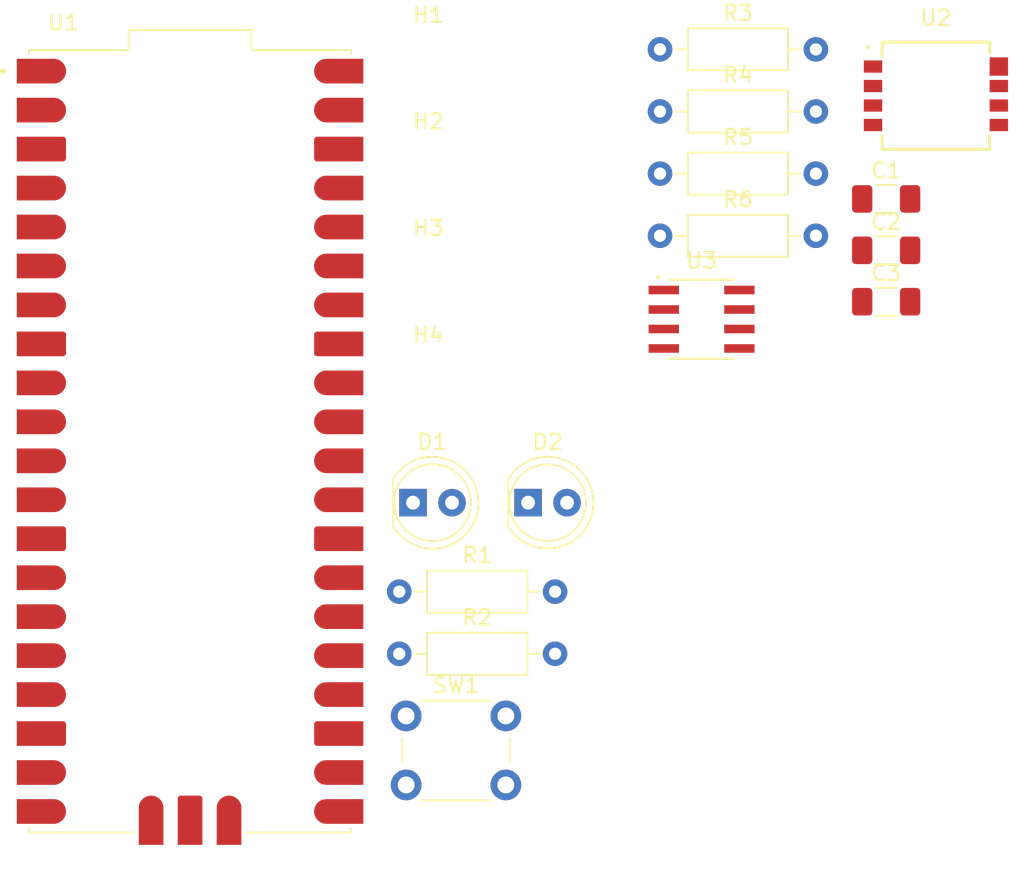
<source format=kicad_pcb>
(kicad_pcb (version 20221018) (generator pcbnew)
  (title_block (title "Basic Electronics Learning Toolkit") (date "2024-01-02") (rev "0.3") (company "Rice Eclipse") (comment 1 "Adam Sher"))
  (layers (0 "F.Cu" signal) (31 "B.Cu" signal) (34 "B.Paste" user) (35 "F.Paste" user) (36 "B.SilkS" user "B.Silkscreen") (37 "F.SilkS" user "F.Silkscreen") (38 "B.Mask" user) (39 "F.Mask" user) (44 "Edge.Cuts" user))
  (net 0 "")
  (net 1 "+5V")
  (net 2 "GNDA")
  (net 3 "/ADC0")
  (net 4 "GND")
  (net 5 "+3.3V")
  (net 6 "Net-(D1-K)")
  (net 7 "Net-(D2-K)")
  (net 8 "/~{Reset}")
  (net 9 "/Sensors/V_{baro_raw}")
  (net 10 "Net-(R3-Pad2)")
  (net 11 "Net-(U3-ALERT)")
  (net 16 "/SDA0")
  (net 17 "/SCL0")
  (footprint "BeltFootprints:Barometer-KP212K1409XTMA1" (layer "F.Cu") (at 94.075 36.355)
    (fp_text reference "U2" (at 0 -5.08) (layer "F.SilkS") (effects (font (size 1.016 1.016) (thickness 0.1524))))
    (fp_text value "KP212K1409XTMA1")
    (pad "1" smd rect (at -4.1 -1.905 90) (size 0.8 1.2) (layers "F.Cu" "F.Paste" "F.Mask"))
    (pad "2" smd rect (at -4.1 -0.635 90) (size 0.8 1.2) (layers "F.Cu" "F.Paste" "F.Mask"))
    (pad "3" smd rect (at -4.1 0.635 90) (size 0.8 1.2) (layers "F.Cu" "F.Paste" "F.Mask"))
    (pad "4" smd rect (at -4.1 1.905 90) (size 0.8 1.2) (layers "F.Cu" "F.Paste" "F.Mask"))
    (pad "5" smd rect (at 4.1 1.905 90) (size 0.8 1.2) (layers "F.Cu" "F.Paste" "F.Mask") (net 1 "+5V"))
    (pad "6" smd rect (at 4.1 0.635 90) (size 0.8 1.2) (layers "F.Cu" "F.Paste" "F.Mask") (net 2 "GNDA"))
    (pad "7" smd rect (at 4.1 -0.635 90) (size 0.8 1.2) (layers "F.Cu" "F.Paste" "F.Mask") (net 9 "/Sensors/V_{baro_raw}"))
    (pad "8" smd rect (at 4.1 -1.905 90) (size 1.2 1.2) (layers "F.Cu" "F.Paste" "F.Mask") (net 2 "GNDA"))
  )
  (footprint "Resistor_THT:R_Axial_DIN0207_L6.3mm_D2.5mm_P10.16mm_Horizontal" (layer "F.Cu") (at 76.09 45.48)
    (fp_text reference "R6" (at 5.08 -2.37) (layer "F.SilkS"))
    (fp_text value "4K7")
    (pad "1" thru_hole circle (at 0 0) (size 1.6 1.6) (drill 0.8) (layers "*.Cu" "*.Mask") (net 5 "+3.3V"))
    (pad "2" thru_hole oval (at 10.16 0) (size 1.6 1.6) (drill 0.8) (layers "*.Cu" "*.Mask") (net 11 "Net-(U3-ALERT)"))
  )
  (footprint "MountingHole:MountingHole_2.7mm_M2.5" (layer "F.Cu") (at 60.99 41.73)
    (fp_text reference "H2" (at 0 -3.7) (layer "F.SilkS"))
    (fp_text value "MountingHole")
    (pad "" np_thru_hole circle (at 0 0) (size 2.7 2.7) (drill 2.7) (layers "*.Cu" "*.Mask"))
  )
  (footprint "BeltFootprints:Thermometer-AT30TS75A-SS8M" (layer "F.Cu") (at 78.7996 50.922)
    (fp_text reference "U3" (at 0 -3.81 unlocked) (layer "F.SilkS") (effects (font (size 1.016 1.016) (thickness 0.1524))))
    (fp_text value "AT30TS75A-SS8M")
    (pad "1" smd rect (at -2.4638 -1.905) (size 1.9812 0.5588) (layers "F.Cu" "F.Paste" "F.Mask") (net 16 "/SDA0"))
    (pad "2" smd rect (at -2.4638 -0.635) (size 1.9812 0.5588) (layers "F.Cu" "F.Paste" "F.Mask") (net 17 "/SCL0"))
    (pad "3" smd rect (at -2.4638 0.635) (size 1.9812 0.5588) (layers "F.Cu" "F.Paste" "F.Mask") (net 11 "Net-(U3-ALERT)"))
    (pad "4" smd rect (at -2.4638 1.905) (size 1.9812 0.5588) (layers "F.Cu" "F.Paste" "F.Mask") (net 4 "GND"))
    (pad "5" smd rect (at 2.4638 1.905) (size 1.9812 0.5588) (layers "F.Cu" "F.Paste" "F.Mask") (net 4 "GND"))
    (pad "6" smd rect (at 2.4638 0.635) (size 1.9812 0.5588) (layers "F.Cu" "F.Paste" "F.Mask") (net 5 "+3.3V"))
    (pad "7" smd rect (at 2.4638 -0.635) (size 1.9812 0.5588) (layers "F.Cu" "F.Paste" "F.Mask") (net 5 "+3.3V"))
    (pad "8" smd rect (at 2.4638 -1.905) (size 1.9812 0.5588) (layers "F.Cu" "F.Paste" "F.Mask") (net 5 "+3.3V"))
  )
  (footprint "Resistor_THT:R_Axial_DIN0207_L6.3mm_D2.5mm_P10.16mm_Horizontal" (layer "F.Cu") (at 76.09 37.38)
    (fp_text reference "R4" (at 5.08 -2.37) (layer "F.SilkS"))
    (fp_text value "10K")
    (pad "1" thru_hole circle (at 0 0) (size 1.6 1.6) (drill 0.8) (layers "*.Cu" "*.Mask") (net 10 "Net-(R3-Pad2)"))
    (pad "2" thru_hole oval (at 10.16 0) (size 1.6 1.6) (drill 0.8) (layers "*.Cu" "*.Mask") (net 2 "GNDA"))
  )
  (footprint "MountingHole:MountingHole_2.7mm_M2.5" (layer "F.Cu") (at 60.99 34.78)
    (fp_text reference "H1" (at 0 -3.7) (layer "F.SilkS"))
    (fp_text value "MountingHole")
    (pad "" np_thru_hole circle (at 0 0) (size 2.7 2.7) (drill 2.7) (layers "*.Cu" "*.Mask"))
  )
  (footprint "LED_THT:LED_D5.0mm" (layer "F.Cu") (at 67.49 62.88)
    (fp_text reference "D2" (at 1.27 -3.96) (layer "F.SilkS"))
    (fp_text value "PWR")
    (pad "1" thru_hole rect (at 0 0) (size 1.8 1.8) (drill 0.9) (layers "*.Cu" "*.Mask") (net 7 "Net-(D2-K)"))
    (pad "2" thru_hole circle (at 2.54 0) (size 1.8 1.8) (drill 0.9) (layers "*.Cu" "*.Mask") (net 1 "+5V"))
  )
  (footprint "Resistor_THT:R_Axial_DIN0207_L6.3mm_D2.5mm_P10.16mm_Horizontal" (layer "F.Cu") (at 59.09 72.73)
    (fp_text reference "R2" (at 5.08 -2.37) (layer "F.SilkS"))
    (fp_text value "1K")
    (pad "1" thru_hole circle (at 0 0) (size 1.6 1.6) (drill 0.8) (layers "*.Cu" "*.Mask") (net 7 "Net-(D2-K)"))
    (pad "2" thru_hole oval (at 10.16 0) (size 1.6 1.6) (drill 0.8) (layers "*.Cu" "*.Mask") (net 4 "GND"))
  )
  (footprint "Capacitor_SMD:C_1206_3216Metric_Pad1.33x1.80mm_HandSolder" (layer "F.Cu") (at 90.83 46.43)
    (fp_text reference "C2" (at 0 -1.85) (layer "F.SilkS"))
    (fp_text value "100n")
    (pad "1" smd roundrect (at -1.5625 0) (size 1.325 1.8) (layers "F.Cu" "F.Paste" "F.Mask") (roundrect_rratio 0.188679) (net 3 "/ADC0"))
    (pad "2" smd roundrect (at 1.5625 0) (size 1.325 1.8) (layers "F.Cu" "F.Paste" "F.Mask") (roundrect_rratio 0.188679) (net 2 "GNDA"))
  )
  (footprint "Resistor_THT:R_Axial_DIN0207_L6.3mm_D2.5mm_P10.16mm_Horizontal" (layer "F.Cu") (at 76.09 33.33)
    (fp_text reference "R3" (at 5.08 -2.37) (layer "F.SilkS"))
    (fp_text value "6K8")
    (pad "1" thru_hole circle (at 0 0) (size 1.6 1.6) (drill 0.8) (layers "*.Cu" "*.Mask") (net 9 "/Sensors/V_{baro_raw}"))
    (pad "2" thru_hole oval (at 10.16 0) (size 1.6 1.6) (drill 0.8) (layers "*.Cu" "*.Mask") (net 10 "Net-(R3-Pad2)"))
  )
  (footprint "MountingHole:MountingHole_2.7mm_M2.5" (layer "F.Cu") (at 60.99 48.68)
    (fp_text reference "H3" (at 0 -3.7) (layer "F.SilkS"))
    (fp_text value "MountingHole")
    (pad "" np_thru_hole circle (at 0 0) (size 2.7 2.7) (drill 2.7) (layers "*.Cu" "*.Mask"))
  )
  (footprint "Button_Switch_THT:SW_PUSH_6mm_H5mm" (layer "F.Cu") (at 59.54 76.78)
    (fp_text reference "SW1" (at 3.25 -2) (layer "F.SilkS"))
    (fp_text value "RESET")
    (pad "1" thru_hole circle (at 0 0 90) (size 2 2) (drill 1.1) (layers "*.Cu" "*.Mask") (net 4 "GND"))
    (pad "1" thru_hole circle (at 6.5 0 90) (size 2 2) (drill 1.1) (layers "*.Cu" "*.Mask") (net 4 "GND"))
    (pad "2" thru_hole circle (at 0 4.5 90) (size 2 2) (drill 1.1) (layers "*.Cu" "*.Mask") (net 8 "/~{Reset}"))
    (pad "2" thru_hole circle (at 6.5 4.5 90) (size 2 2) (drill 1.1) (layers "*.Cu" "*.Mask") (net 8 "/~{Reset}"))
  )
  (footprint "Resistor_THT:R_Axial_DIN0207_L6.3mm_D2.5mm_P10.16mm_Horizontal" (layer "F.Cu") (at 76.09 41.43)
    (fp_text reference "R5" (at 5.08 -2.37) (layer "F.SilkS"))
    (fp_text value "33K")
    (pad "1" thru_hole circle (at 0 0) (size 1.6 1.6) (drill 0.8) (layers "*.Cu" "*.Mask") (net 3 "/ADC0"))
    (pad "2" thru_hole oval (at 10.16 0) (size 1.6 1.6) (drill 0.8) (layers "*.Cu" "*.Mask") (net 10 "Net-(R3-Pad2)"))
  )
  (footprint "LED_THT:LED_D5.0mm" (layer "F.Cu") (at 59.99 62.88)
    (fp_text reference "D1" (at 1.27 -3.96) (layer "F.SilkS"))
    (fp_text value "RST")
    (pad "1" thru_hole rect (at 0 0) (size 1.8 1.8) (drill 0.9) (layers "*.Cu" "*.Mask") (net 6 "Net-(D1-K)"))
    (pad "2" thru_hole circle (at 2.54 0) (size 1.8 1.8) (drill 0.9) (layers "*.Cu" "*.Mask") (net 5 "+3.3V"))
  )
  (footprint "BeltFootprints:Raspberry-Pi-Pico" (layer "F.Cu") (at 45.455 58.88)
    (fp_text reference "U1" (at -8.255 -27.305) (layer "F.SilkS") (effects (font (size 1.016 1.016) (thickness 0.1524))))
    (fp_text value "Raspberry-Pi-Pico")
    (pad "1" smd custom (at -9.69 -24.13) (size 1 1) (layers "F.Cu") (options (clearance outline) (anchor rect)) (primitives (gr_poly (pts (xy -1.6 0.8) (xy -1.6 -0.8) (xy 0.8 -0.8) (xy 0.842 -0.799) (xy 0.884 -0.796) (xy 0.925 -0.79) (xy 0.966 -0.783) (xy 1.007 -0.773) (xy 1.047 -0.761) (xy 1.087 -0.747) (xy 1.125 -0.731) (xy 1.163 -0.713) (xy 1.2 -0.693) (xy 1.236 -0.671) (xy 1.27 -0.647) (xy 1.303 -0.622) (xy 1.335 -0.595) (xy 1.366 -0.566) (xy 1.395 -0.535) (xy 1.422 -0.503) (xy 1.447 -0.47) (xy 1.471 -0.436) (xy 1.493 -0.4) (xy 1.513 -0.363) (xy 1.531 -0.325) (xy 1.547 -0.287) (xy 1.561 -0.247) (xy 1.573 -0.207) (xy 1.583 -0.166) (xy 1.59 -0.125) (xy 1.596 -0.084) (xy 1.599 -0.042) (xy 1.6 0) (xy 1.599 0.042) (xy 1.596 0.084) (xy 1.59 0.125) (xy 1.583 0.166) (xy 1.573 0.207) (xy 1.561 0.247) (xy 1.547 0.287) (xy 1.531 0.325) (xy 1.513 0.363) (xy 1.493 0.4) (xy 1.471 0.436) (xy 1.447 0.47) (xy 1.422 0.503) (xy 1.395 0.535) (xy 1.366 0.566) (xy 1.335 0.595) (xy 1.303 0.622) (xy 1.27 0.647) (xy 1.236 0.671) (xy 1.2 0.693) (xy 1.163 0.713) (xy 1.125 0.731) (xy 1.087 0.747) (xy 1.047 0.761) (xy 1.007 0.773) (xy 0.966 0.783) (xy 0.925 0.79) (xy 0.884 0.796) (xy 0.842 0.799) (xy 0.8 0.8) (xy -1.6 0.8)) (width 0.01) (fill yes))))
    (pad "2" smd custom (at -9.69 -21.59) (size 1 1) (layers "F.Cu") (options (clearance outline) (anchor rect)) (primitives (gr_poly (pts (xy -1.6 0.8) (xy -1.6 -0.8) (xy 0.8 -0.8) (xy 0.842 -0.799) (xy 0.884 -0.796) (xy 0.925 -0.79) (xy 0.966 -0.783) (xy 1.007 -0.773) (xy 1.047 -0.761) (xy 1.087 -0.747) (xy 1.125 -0.731) (xy 1.163 -0.713) (xy 1.2 -0.693) (xy 1.236 -0.671) (xy 1.27 -0.647) (xy 1.303 -0.622) (xy 1.335 -0.595) (xy 1.366 -0.566) (xy 1.395 -0.535) (xy 1.422 -0.503) (xy 1.447 -0.47) (xy 1.471 -0.436) (xy 1.493 -0.4) (xy 1.513 -0.363) (xy 1.531 -0.325) (xy 1.547 -0.287) (xy 1.561 -0.247) (xy 1.573 -0.207) (xy 1.583 -0.166) (xy 1.59 -0.125) (xy 1.596 -0.084) (xy 1.599 -0.042) (xy 1.6 0) (xy 1.599 0.042) (xy 1.596 0.084) (xy 1.59 0.125) (xy 1.583 0.166) (xy 1.573 0.207) (xy 1.561 0.247) (xy 1.547 0.287) (xy 1.531 0.325) (xy 1.513 0.363) (xy 1.493 0.4) (xy 1.471 0.436) (xy 1.447 0.47) (xy 1.422 0.503) (xy 1.395 0.535) (xy 1.366 0.566) (xy 1.335 0.595) (xy 1.303 0.622) (xy 1.27 0.647) (xy 1.236 0.671) (xy 1.2 0.693) (xy 1.163 0.713) (xy 1.125 0.731) (xy 1.087 0.747) (xy 1.047 0.761) (xy 1.007 0.773) (xy 0.966 0.783) (xy 0.925 0.79) (xy 0.884 0.796) (xy 0.842 0.799) (xy 0.8 0.8) (xy -1.6 0.8)) (width 0.01) (fill yes))))
    (pad "3" smd custom (at -9.69 -19.05) (size 1 1) (layers "F.Cu") (net 4 "GND") (options (clearance outline) (anchor rect)) (primitives (gr_poly (pts (xy -1.6 0.8) (xy -1.6 -0.8) (xy 1.4 -0.8) (xy 1.41 -0.8) (xy 1.421 -0.799) (xy 1.431 -0.798) (xy 1.442 -0.796) (xy 1.452 -0.793) (xy 1.462 -0.79) (xy 1.472 -0.787) (xy 1.481 -0.783) (xy 1.491 -0.778) (xy 1.5 -0.773) (xy 1.509 -0.768) (xy 1.518 -0.762) (xy 1.526 -0.755) (xy 1.534 -0.749) (xy 1.541 -0.741) (xy 1.549 -0.734) (xy 1.555 -0.726) (xy 1.562 -0.718) (xy 1.568 -0.709) (xy 1.573 -0.7) (xy 1.578 -0.691) (xy 1.583 -0.681) (xy 1.587 -0.672) (xy 1.59 -0.662) (xy 1.593 -0.652) (xy 1.596 -0.642) (xy 1.598 -0.631) (xy 1.599 -0.621) (xy 1.6 -0.61) (xy 1.6 -0.6) (xy 1.6 0.6) (xy 1.6 0.61) (xy 1.599 0.621) (xy 1.598 0.631) (xy 1.596 0.642) (xy 1.593 0.652) (xy 1.59 0.662) (xy 1.587 0.672) (xy 1.583 0.681) (xy 1.578 0.691) (xy 1.573 0.7) (xy 1.568 0.709) (xy 1.562 0.718) (xy 1.555 0.726) (xy 1.549 0.734) (xy 1.541 0.741) (xy 1.534 0.749) (xy 1.526 0.755) (xy 1.518 0.762) (xy 1.509 0.768) (xy 1.5 0.773) (xy 1.491 0.778) (xy 1.481 0.783) (xy 1.472 0.787) (xy 1.462 0.79) (xy 1.452 0.793) (xy 1.442 0.796) (xy 1.431 0.798) (xy 1.421 0.799) (xy 1.41 0.8) (xy 1.4 0.8) (xy -1.6 0.8)) (width 0.01) (fill yes))))
    (pad "4" smd custom (at -9.69 -16.51) (size 1 1) (layers "F.Cu") (options (clearance outline) (anchor rect)) (primitives (gr_poly (pts (xy -1.6 0.8) (xy -1.6 -0.8) (xy 0.8 -0.8) (xy 0.842 -0.799) (xy 0.884 -0.796) (xy 0.925 -0.79) (xy 0.966 -0.783) (xy 1.007 -0.773) (xy 1.047 -0.761) (xy 1.087 -0.747) (xy 1.125 -0.731) (xy 1.163 -0.713) (xy 1.2 -0.693) (xy 1.236 -0.671) (xy 1.27 -0.647) (xy 1.303 -0.622) (xy 1.335 -0.595) (xy 1.366 -0.566) (xy 1.395 -0.535) (xy 1.422 -0.503) (xy 1.447 -0.47) (xy 1.471 -0.436) (xy 1.493 -0.4) (xy 1.513 -0.363) (xy 1.531 -0.325) (xy 1.547 -0.287) (xy 1.561 -0.247) (xy 1.573 -0.207) (xy 1.583 -0.166) (xy 1.59 -0.125) (xy 1.596 -0.084) (xy 1.599 -0.042) (xy 1.6 0) (xy 1.599 0.042) (xy 1.596 0.084) (xy 1.59 0.125) (xy 1.583 0.166) (xy 1.573 0.207) (xy 1.561 0.247) (xy 1.547 0.287) (xy 1.531 0.325) (xy 1.513 0.363) (xy 1.493 0.4) (xy 1.471 0.436) (xy 1.447 0.47) (xy 1.422 0.503) (xy 1.395 0.535) (xy 1.366 0.566) (xy 1.335 0.595) (xy 1.303 0.622) (xy 1.27 0.647) (xy 1.236 0.671) (xy 1.2 0.693) (xy 1.163 0.713) (xy 1.125 0.731) (xy 1.087 0.747) (xy 1.047 0.761) (xy 1.007 0.773) (xy 0.966 0.783) (xy 0.925 0.79) (xy 0.884 0.796) (xy 0.842 0.799) (xy 0.8 0.8) (xy -1.6 0.8)) (width 0.01) (fill yes))))
    (pad "5" smd custom (at -9.69 -13.97) (size 1 1) (layers "F.Cu") (options (clearance outline) (anchor rect)) (primitives (gr_poly (pts (xy -1.6 0.8) (xy -1.6 -0.8) (xy 0.8 -0.8) (xy 0.842 -0.799) (xy 0.884 -0.796) (xy 0.925 -0.79) (xy 0.966 -0.783) (xy 1.007 -0.773) (xy 1.047 -0.761) (xy 1.087 -0.747) (xy 1.125 -0.731) (xy 1.163 -0.713) (xy 1.2 -0.693) (xy 1.236 -0.671) (xy 1.27 -0.647) (xy 1.303 -0.622) (xy 1.335 -0.595) (xy 1.366 -0.566) (xy 1.395 -0.535) (xy 1.422 -0.503) (xy 1.447 -0.47) (xy 1.471 -0.436) (xy 1.493 -0.4) (xy 1.513 -0.363) (xy 1.531 -0.325) (xy 1.547 -0.287) (xy 1.561 -0.247) (xy 1.573 -0.207) (xy 1.583 -0.166) (xy 1.59 -0.125) (xy 1.596 -0.084) (xy 1.599 -0.042) (xy 1.6 0) (xy 1.599 0.042) (xy 1.596 0.084) (xy 1.59 0.125) (xy 1.583 0.166) (xy 1.573 0.207) (xy 1.561 0.247) (xy 1.547 0.287) (xy 1.531 0.325) (xy 1.513 0.363) (xy 1.493 0.4) (xy 1.471 0.436) (xy 1.447 0.47) (xy 1.422 0.503) (xy 1.395 0.535) (xy 1.366 0.566) (xy 1.335 0.595) (xy 1.303 0.622) (xy 1.27 0.647) (xy 1.236 0.671) (xy 1.2 0.693) (xy 1.163 0.713) (xy 1.125 0.731) (xy 1.087 0.747) (xy 1.047 0.761) (xy 1.007 0.773) (xy 0.966 0.783) (xy 0.925 0.79) (xy 0.884 0.796) (xy 0.842 0.799) (xy 0.8 0.8) (xy -1.6 0.8)) (width 0.01) (fill yes))))
    (pad "6" smd custom (at -9.69 -11.43) (size 1 1) (layers "F.Cu") (net 16 "/SDA0") (options (clearance outline) (anchor rect)) (primitives (gr_poly (pts (xy -1.6 0.8) (xy -1.6 -0.8) (xy 0.8 -0.8) (xy 0.842 -0.799) (xy 0.884 -0.796) (xy 0.925 -0.79) (xy 0.966 -0.783) (xy 1.007 -0.773) (xy 1.047 -0.761) (xy 1.087 -0.747) (xy 1.125 -0.731) (xy 1.163 -0.713) (xy 1.2 -0.693) (xy 1.236 -0.671) (xy 1.27 -0.647) (xy 1.303 -0.622) (xy 1.335 -0.595) (xy 1.366 -0.566) (xy 1.395 -0.535) (xy 1.422 -0.503) (xy 1.447 -0.47) (xy 1.471 -0.436) (xy 1.493 -0.4) (xy 1.513 -0.363) (xy 1.531 -0.325) (xy 1.547 -0.287) (xy 1.561 -0.247) (xy 1.573 -0.207) (xy 1.583 -0.166) (xy 1.59 -0.125) (xy 1.596 -0.084) (xy 1.599 -0.042) (xy 1.6 0) (xy 1.599 0.042) (xy 1.596 0.084) (xy 1.59 0.125) (xy 1.583 0.166) (xy 1.573 0.207) (xy 1.561 0.247) (xy 1.547 0.287) (xy 1.531 0.325) (xy 1.513 0.363) (xy 1.493 0.4) (xy 1.471 0.436) (xy 1.447 0.47) (xy 1.422 0.503) (xy 1.395 0.535) (xy 1.366 0.566) (xy 1.335 0.595) (xy 1.303 0.622) (xy 1.27 0.647) (xy 1.236 0.671) (xy 1.2 0.693) (xy 1.163 0.713) (xy 1.125 0.731) (xy 1.087 0.747) (xy 1.047 0.761) (xy 1.007 0.773) (xy 0.966 0.783) (xy 0.925 0.79) (xy 0.884 0.796) (xy 0.842 0.799) (xy 0.8 0.8) (xy -1.6 0.8)) (width 0.01) (fill yes))))
    (pad "7" smd custom (at -9.69 -8.89) (size 1 1) (layers "F.Cu") (net 17 "/SCL0") (options (clearance outline) (anchor rect)) (primitives (gr_poly (pts (xy -1.6 0.8) (xy -1.6 -0.8) (xy 0.8 -0.8) (xy 0.842 -0.799) (xy 0.884 -0.796) (xy 0.925 -0.79) (xy 0.966 -0.783) (xy 1.007 -0.773) (xy 1.047 -0.761) (xy 1.087 -0.747) (xy 1.125 -0.731) (xy 1.163 -0.713) (xy 1.2 -0.693) (xy 1.236 -0.671) (xy 1.27 -0.647) (xy 1.303 -0.622) (xy 1.335 -0.595) (xy 1.366 -0.566) (xy 1.395 -0.535) (xy 1.422 -0.503) (xy 1.447 -0.47) (xy 1.471 -0.436) (xy 1.493 -0.4) (xy 1.513 -0.363) (xy 1.531 -0.325) (xy 1.547 -0.287) (xy 1.561 -0.247) (xy 1.573 -0.207) (xy 1.583 -0.166) (xy 1.59 -0.125) (xy 1.596 -0.084) (xy 1.599 -0.042) (xy 1.6 0) (xy 1.599 0.042) (xy 1.596 0.084) (xy 1.59 0.125) (xy 1.583 0.166) (xy 1.573 0.207) (xy 1.561 0.247) (xy 1.547 0.287) (xy 1.531 0.325) (xy 1.513 0.363) (xy 1.493 0.4) (xy 1.471 0.436) (xy 1.447 0.47) (xy 1.422 0.503) (xy 1.395 0.535) (xy 1.366 0.566) (xy 1.335 0.595) (xy 1.303 0.622) (xy 1.27 0.647) (xy 1.236 0.671) (xy 1.2 0.693) (xy 1.163 0.713) (xy 1.125 0.731) (xy 1.087 0.747) (xy 1.047 0.761) (xy 1.007 0.773) (xy 0.966 0.783) (xy 0.925 0.79) (xy 0.884 0.796) (xy 0.842 0.799) (xy 0.8 0.8) (xy -1.6 0.8)) (width 0.01) (fill yes))))
    (pad "8" smd custom (at -9.69 -6.35) (size 1 1) (layers "F.Cu") (net 4 "GND") (options (clearance outline) (anchor rect)) (primitives (gr_poly (pts (xy -1.6 0.8) (xy -1.6 -0.8) (xy 1.4 -0.8) (xy 1.41 -0.8) (xy 1.421 -0.799) (xy 1.431 -0.798) (xy 1.442 -0.796) (xy 1.452 -0.793) (xy 1.462 -0.79) (xy 1.472 -0.787) (xy 1.481 -0.783) (xy 1.491 -0.778) (xy 1.5 -0.773) (xy 1.509 -0.768) (xy 1.518 -0.762) (xy 1.526 -0.755) (xy 1.534 -0.749) (xy 1.541 -0.741) (xy 1.549 -0.734) (xy 1.555 -0.726) (xy 1.562 -0.718) (xy 1.568 -0.709) (xy 1.573 -0.7) (xy 1.578 -0.691) (xy 1.583 -0.681) (xy 1.587 -0.672) (xy 1.59 -0.662) (xy 1.593 -0.652) (xy 1.596 -0.642) (xy 1.598 -0.631) (xy 1.599 -0.621) (xy 1.6 -0.61) (xy 1.6 -0.6) (xy 1.6 0.6) (xy 1.6 0.61) (xy 1.599 0.621) (xy 1.598 0.631) (xy 1.596 0.642) (xy 1.593 0.652) (xy 1.59 0.662) (xy 1.587 0.672) (xy 1.583 0.681) (xy 1.578 0.691) (xy 1.573 0.7) (xy 1.568 0.709) (xy 1.562 0.718) (xy 1.555 0.726) (xy 1.549 0.734) (xy 1.541 0.741) (xy 1.534 0.749) (xy 1.526 0.755) (xy 1.518 0.762) (xy 1.509 0.768) (xy 1.5 0.773) (xy 1.491 0.778) (xy 1.481 0.783) (xy 1.472 0.787) (xy 1.462 0.79) (xy 1.452 0.793) (xy 1.442 0.796) (xy 1.431 0.798) (xy 1.421 0.799) (xy 1.41 0.8) (xy 1.4 0.8) (xy -1.6 0.8)) (width 0.01) (fill yes))))
    (pad "9" smd custom (at -9.69 -3.81) (size 1 1) (layers "F.Cu") (options (clearance outline) (anchor rect)) (primitives (gr_poly (pts (xy -1.6 0.8) (xy -1.6 -0.8) (xy 0.8 -0.8) (xy 0.842 -0.799) (xy 0.884 -0.796) (xy 0.925 -0.79) (xy 0.966 -0.783) (xy 1.007 -0.773) (xy 1.047 -0.761) (xy 1.087 -0.747) (xy 1.125 -0.731) (xy 1.163 -0.713) (xy 1.2 -0.693) (xy 1.236 -0.671) (xy 1.27 -0.647) (xy 1.303 -0.622) (xy 1.335 -0.595) (xy 1.366 -0.566) (xy 1.395 -0.535) (xy 1.422 -0.503) (xy 1.447 -0.47) (xy 1.471 -0.436) (xy 1.493 -0.4) (xy 1.513 -0.363) (xy 1.531 -0.325) (xy 1.547 -0.287) (xy 1.561 -0.247) (xy 1.573 -0.207) (xy 1.583 -0.166) (xy 1.59 -0.125) (xy 1.596 -0.084) (xy 1.599 -0.042) (xy 1.6 0) (xy 1.599 0.042) (xy 1.596 0.084) (xy 1.59 0.125) (xy 1.583 0.166) (xy 1.573 0.207) (xy 1.561 0.247) (xy 1.547 0.287) (xy 1.531 0.325) (xy 1.513 0.363) (xy 1.493 0.4) (xy 1.471 0.436) (xy 1.447 0.47) (xy 1.422 0.503) (xy 1.395 0.535) (xy 1.366 0.566) (xy 1.335 0.595) (xy 1.303 0.622) (xy 1.27 0.647) (xy 1.236 0.671) (xy 1.2 0.693) (xy 1.163 0.713) (xy 1.125 0.731) (xy 1.087 0.747) (xy 1.047 0.761) (xy 1.007 0.773) (xy 0.966 0.783) (xy 0.925 0.79) (xy 0.884 0.796) (xy 0.842 0.799) (xy 0.8 0.8) (xy -1.6 0.8)) (width 0.01) (fill yes))))
    (pad "10" smd custom (at -9.69 -1.27) (size 1 1) (layers "F.Cu") (options (clearance outline) (anchor rect)) (primitives (gr_poly (pts (xy -1.6 0.8) (xy -1.6 -0.8) (xy 0.8 -0.8) (xy 0.842 -0.799) (xy 0.884 -0.796) (xy 0.925 -0.79) (xy 0.966 -0.783) (xy 1.007 -0.773) (xy 1.047 -0.761) (xy 1.087 -0.747) (xy 1.125 -0.731) (xy 1.163 -0.713) (xy 1.2 -0.693) (xy 1.236 -0.671) (xy 1.27 -0.647) (xy 1.303 -0.622) (xy 1.335 -0.595) (xy 1.366 -0.566) (xy 1.395 -0.535) (xy 1.422 -0.503) (xy 1.447 -0.47) (xy 1.471 -0.436) (xy 1.493 -0.4) (xy 1.513 -0.363) (xy 1.531 -0.325) (xy 1.547 -0.287) (xy 1.561 -0.247) (xy 1.573 -0.207) (xy 1.583 -0.166) (xy 1.59 -0.125) (xy 1.596 -0.084) (xy 1.599 -0.042) (xy 1.6 0) (xy 1.599 0.042) (xy 1.596 0.084) (xy 1.59 0.125) (xy 1.583 0.166) (xy 1.573 0.207) (xy 1.561 0.247) (xy 1.547 0.287) (xy 1.531 0.325) (xy 1.513 0.363) (xy 1.493 0.4) (xy 1.471 0.436) (xy 1.447 0.47) (xy 1.422 0.503) (xy 1.395 0.535) (xy 1.366 0.566) (xy 1.335 0.595) (xy 1.303 0.622) (xy 1.27 0.647) (xy 1.236 0.671) (xy 1.2 0.693) (xy 1.163 0.713) (xy 1.125 0.731) (xy 1.087 0.747) (xy 1.047 0.761) (xy 1.007 0.773) (xy 0.966 0.783) (xy 0.925 0.79) (xy 0.884 0.796) (xy 0.842 0.799) (xy 0.8 0.8) (xy -1.6 0.8)) (width 0.01) (fill yes))))
    (pad "11" smd custom (at -9.69 1.27) (size 1 1) (layers "F.Cu") (options (clearance outline) (anchor rect)) (primitives (gr_poly (pts (xy -1.6 0.8) (xy -1.6 -0.8) (xy 0.8 -0.8) (xy 0.842 -0.799) (xy 0.884 -0.796) (xy 0.925 -0.79) (xy 0.966 -0.783) (xy 1.007 -0.773) (xy 1.047 -0.761) (xy 1.087 -0.747) (xy 1.125 -0.731) (xy 1.163 -0.713) (xy 1.2 -0.693) (xy 1.236 -0.671) (xy 1.27 -0.647) (xy 1.303 -0.622) (xy 1.335 -0.595) (xy 1.366 -0.566) (xy 1.395 -0.535) (xy 1.422 -0.503) (xy 1.447 -0.47) (xy 1.471 -0.436) (xy 1.493 -0.4) (xy 1.513 -0.363) (xy 1.531 -0.325) (xy 1.547 -0.287) (xy 1.561 -0.247) (xy 1.573 -0.207) (xy 1.583 -0.166) (xy 1.59 -0.125) (xy 1.596 -0.084) (xy 1.599 -0.042) (xy 1.6 0) (xy 1.599 0.042) (xy 1.596 0.084) (xy 1.59 0.125) (xy 1.583 0.166) (xy 1.573 0.207) (xy 1.561 0.247) (xy 1.547 0.287) (xy 1.531 0.325) (xy 1.513 0.363) (xy 1.493 0.4) (xy 1.471 0.436) (xy 1.447 0.47) (xy 1.422 0.503) (xy 1.395 0.535) (xy 1.366 0.566) (xy 1.335 0.595) (xy 1.303 0.622) (xy 1.27 0.647) (xy 1.236 0.671) (xy 1.2 0.693) (xy 1.163 0.713) (xy 1.125 0.731) (xy 1.087 0.747) (xy 1.047 0.761) (xy 1.007 0.773) (xy 0.966 0.783) (xy 0.925 0.79) (xy 0.884 0.796) (xy 0.842 0.799) (xy 0.8 0.8) (xy -1.6 0.8)) (width 0.01) (fill yes))))
    (pad "12" smd custom (at -9.69 3.81) (size 1 1) (layers "F.Cu") (options (clearance outline) (anchor rect)) (primitives (gr_poly (pts (xy -1.6 0.8) (xy -1.6 -0.8) (xy 0.8 -0.8) (xy 0.842 -0.799) (xy 0.884 -0.796) (xy 0.925 -0.79) (xy 0.966 -0.783) (xy 1.007 -0.773) (xy 1.047 -0.761) (xy 1.087 -0.747) (xy 1.125 -0.731) (xy 1.163 -0.713) (xy 1.2 -0.693) (xy 1.236 -0.671) (xy 1.27 -0.647) (xy 1.303 -0.622) (xy 1.335 -0.595) (xy 1.366 -0.566) (xy 1.395 -0.535) (xy 1.422 -0.503) (xy 1.447 -0.47) (xy 1.471 -0.436) (xy 1.493 -0.4) (xy 1.513 -0.363) (xy 1.531 -0.325) (xy 1.547 -0.287) (xy 1.561 -0.247) (xy 1.573 -0.207) (xy 1.583 -0.166) (xy 1.59 -0.125) (xy 1.596 -0.084) (xy 1.599 -0.042) (xy 1.6 0) (xy 1.599 0.042) (xy 1.596 0.084) (xy 1.59 0.125) (xy 1.583 0.166) (xy 1.573 0.207) (xy 1.561 0.247) (xy 1.547 0.287) (xy 1.531 0.325) (xy 1.513 0.363) (xy 1.493 0.4) (xy 1.471 0.436) (xy 1.447 0.47) (xy 1.422 0.503) (xy 1.395 0.535) (xy 1.366 0.566) (xy 1.335 0.595) (xy 1.303 0.622) (xy 1.27 0.647) (xy 1.236 0.671) (xy 1.2 0.693) (xy 1.163 0.713) (xy 1.125 0.731) (xy 1.087 0.747) (xy 1.047 0.761) (xy 1.007 0.773) (xy 0.966 0.783) (xy 0.925 0.79) (xy 0.884 0.796) (xy 0.842 0.799) (xy 0.8 0.8) (xy -1.6 0.8)) (width 0.01) (fill yes))))
    (pad "13" smd custom (at -9.69 6.35) (size 1 1) (layers "F.Cu") (net 4 "GND") (options (clearance outline) (anchor rect)) (primitives (gr_poly (pts (xy -1.6 0.8) (xy -1.6 -0.8) (xy 1.4 -0.8) (xy 1.41 -0.8) (xy 1.421 -0.799) (xy 1.431 -0.798) (xy 1.442 -0.796) (xy 1.452 -0.793) (xy 1.462 -0.79) (xy 1.472 -0.787) (xy 1.481 -0.783) (xy 1.491 -0.778) (xy 1.5 -0.773) (xy 1.509 -0.768) (xy 1.518 -0.762) (xy 1.526 -0.755) (xy 1.534 -0.749) (xy 1.541 -0.741) (xy 1.549 -0.734) (xy 1.555 -0.726) (xy 1.562 -0.718) (xy 1.568 -0.709) (xy 1.573 -0.7) (xy 1.578 -0.691) (xy 1.583 -0.681) (xy 1.587 -0.672) (xy 1.59 -0.662) (xy 1.593 -0.652) (xy 1.596 -0.642) (xy 1.598 -0.631) (xy 1.599 -0.621) (xy 1.6 -0.61) (xy 1.6 -0.6) (xy 1.6 0.6) (xy 1.6 0.61) (xy 1.599 0.621) (xy 1.598 0.631) (xy 1.596 0.642) (xy 1.593 0.652) (xy 1.59 0.662) (xy 1.587 0.672) (xy 1.583 0.681) (xy 1.578 0.691) (xy 1.573 0.7) (xy 1.568 0.709) (xy 1.562 0.718) (xy 1.555 0.726) (xy 1.549 0.734) (xy 1.541 0.741) (xy 1.534 0.749) (xy 1.526 0.755) (xy 1.518 0.762) (xy 1.509 0.768) (xy 1.5 0.773) (xy 1.491 0.778) (xy 1.481 0.783) (xy 1.472 0.787) (xy 1.462 0.79) (xy 1.452 0.793) (xy 1.442 0.796) (xy 1.431 0.798) (xy 1.421 0.799) (xy 1.41 0.8) (xy 1.4 0.8) (xy -1.6 0.8)) (width 0.01) (fill yes))))
    (pad "14" smd custom (at -9.69 8.89) (size 1 1) (layers "F.Cu") (options (clearance outline) (anchor rect)) (primitives (gr_poly (pts (xy -1.6 0.8) (xy -1.6 -0.8) (xy 0.8 -0.8) (xy 0.842 -0.799) (xy 0.884 -0.796) (xy 0.925 -0.79) (xy 0.966 -0.783) (xy 1.007 -0.773) (xy 1.047 -0.761) (xy 1.087 -0.747) (xy 1.125 -0.731) (xy 1.163 -0.713) (xy 1.2 -0.693) (xy 1.236 -0.671) (xy 1.27 -0.647) (xy 1.303 -0.622) (xy 1.335 -0.595) (xy 1.366 -0.566) (xy 1.395 -0.535) (xy 1.422 -0.503) (xy 1.447 -0.47) (xy 1.471 -0.436) (xy 1.493 -0.4) (xy 1.513 -0.363) (xy 1.531 -0.325) (xy 1.547 -0.287) (xy 1.561 -0.247) (xy 1.573 -0.207) (xy 1.583 -0.166) (xy 1.59 -0.125) (xy 1.596 -0.084) (xy 1.599 -0.042) (xy 1.6 0) (xy 1.599 0.042) (xy 1.596 0.084) (xy 1.59 0.125) (xy 1.583 0.166) (xy 1.573 0.207) (xy 1.561 0.247) (xy 1.547 0.287) (xy 1.531 0.325) (xy 1.513 0.363) (xy 1.493 0.4) (xy 1.471 0.436) (xy 1.447 0.47) (xy 1.422 0.503) (xy 1.395 0.535) (xy 1.366 0.566) (xy 1.335 0.595) (xy 1.303 0.622) (xy 1.27 0.647) (xy 1.236 0.671) (xy 1.2 0.693) (xy 1.163 0.713) (xy 1.125 0.731) (xy 1.087 0.747) (xy 1.047 0.761) (xy 1.007 0.773) (xy 0.966 0.783) (xy 0.925 0.79) (xy 0.884 0.796) (xy 0.842 0.799) (xy 0.8 0.8) (xy -1.6 0.8)) (width 0.01) (fill yes))))
    (pad "15" smd custom (at -9.69 11.43) (size 1 1) (layers "F.Cu") (options (clearance outline) (anchor rect)) (primitives (gr_poly (pts (xy -1.6 0.8) (xy -1.6 -0.8) (xy 0.8 -0.8) (xy 0.842 -0.799) (xy 0.884 -0.796) (xy 0.925 -0.79) (xy 0.966 -0.783) (xy 1.007 -0.773) (xy 1.047 -0.761) (xy 1.087 -0.747) (xy 1.125 -0.731) (xy 1.163 -0.713) (xy 1.2 -0.693) (xy 1.236 -0.671) (xy 1.27 -0.647) (xy 1.303 -0.622) (xy 1.335 -0.595) (xy 1.366 -0.566) (xy 1.395 -0.535) (xy 1.422 -0.503) (xy 1.447 -0.47) (xy 1.471 -0.436) (xy 1.493 -0.4) (xy 1.513 -0.363) (xy 1.531 -0.325) (xy 1.547 -0.287) (xy 1.561 -0.247) (xy 1.573 -0.207) (xy 1.583 -0.166) (xy 1.59 -0.125) (xy 1.596 -0.084) (xy 1.599 -0.042) (xy 1.6 0) (xy 1.599 0.042) (xy 1.596 0.084) (xy 1.59 0.125) (xy 1.583 0.166) (xy 1.573 0.207) (xy 1.561 0.247) (xy 1.547 0.287) (xy 1.531 0.325) (xy 1.513 0.363) (xy 1.493 0.4) (xy 1.471 0.436) (xy 1.447 0.47) (xy 1.422 0.503) (xy 1.395 0.535) (xy 1.366 0.566) (xy 1.335 0.595) (xy 1.303 0.622) (xy 1.27 0.647) (xy 1.236 0.671) (xy 1.2 0.693) (xy 1.163 0.713) (xy 1.125 0.731) (xy 1.087 0.747) (xy 1.047 0.761) (xy 1.007 0.773) (xy 0.966 0.783) (xy 0.925 0.79) (xy 0.884 0.796) (xy 0.842 0.799) (xy 0.8 0.8) (xy -1.6 0.8)) (width 0.01) (fill yes))))
    (pad "16" smd custom (at -9.69 13.97) (size 1 1) (layers "F.Cu") (options (clearance outline) (anchor rect)) (primitives (gr_poly (pts (xy -1.6 0.8) (xy -1.6 -0.8) (xy 0.8 -0.8) (xy 0.842 -0.799) (xy 0.884 -0.796) (xy 0.925 -0.79) (xy 0.966 -0.783) (xy 1.007 -0.773) (xy 1.047 -0.761) (xy 1.087 -0.747) (xy 1.125 -0.731) (xy 1.163 -0.713) (xy 1.2 -0.693) (xy 1.236 -0.671) (xy 1.27 -0.647) (xy 1.303 -0.622) (xy 1.335 -0.595) (xy 1.366 -0.566) (xy 1.395 -0.535) (xy 1.422 -0.503) (xy 1.447 -0.47) (xy 1.471 -0.436) (xy 1.493 -0.4) (xy 1.513 -0.363) (xy 1.531 -0.325) (xy 1.547 -0.287) (xy 1.561 -0.247) (xy 1.573 -0.207) (xy 1.583 -0.166) (xy 1.59 -0.125) (xy 1.596 -0.084) (xy 1.599 -0.042) (xy 1.6 0) (xy 1.599 0.042) (xy 1.596 0.084) (xy 1.59 0.125) (xy 1.583 0.166) (xy 1.573 0.207) (xy 1.561 0.247) (xy 1.547 0.287) (xy 1.531 0.325) (xy 1.513 0.363) (xy 1.493 0.4) (xy 1.471 0.436) (xy 1.447 0.47) (xy 1.422 0.503) (xy 1.395 0.535) (xy 1.366 0.566) (xy 1.335 0.595) (xy 1.303 0.622) (xy 1.27 0.647) (xy 1.236 0.671) (xy 1.2 0.693) (xy 1.163 0.713) (xy 1.125 0.731) (xy 1.087 0.747) (xy 1.047 0.761) (xy 1.007 0.773) (xy 0.966 0.783) (xy 0.925 0.79) (xy 0.884 0.796) (xy 0.842 0.799) (xy 0.8 0.8) (xy -1.6 0.8)) (width 0.01) (fill yes))))
    (pad "17" smd custom (at -9.69 16.51) (size 1 1) (layers "F.Cu") (options (clearance outline) (anchor rect)) (primitives (gr_poly (pts (xy -1.6 0.8) (xy -1.6 -0.8) (xy 0.8 -0.8) (xy 0.842 -0.799) (xy 0.884 -0.796) (xy 0.925 -0.79) (xy 0.966 -0.783) (xy 1.007 -0.773) (xy 1.047 -0.761) (xy 1.087 -0.747) (xy 1.125 -0.731) (xy 1.163 -0.713) (xy 1.2 -0.693) (xy 1.236 -0.671) (xy 1.27 -0.647) (xy 1.303 -0.622) (xy 1.335 -0.595) (xy 1.366 -0.566) (xy 1.395 -0.535) (xy 1.422 -0.503) (xy 1.447 -0.47) (xy 1.471 -0.436) (xy 1.493 -0.4) (xy 1.513 -0.363) (xy 1.531 -0.325) (xy 1.547 -0.287) (xy 1.561 -0.247) (xy 1.573 -0.207) (xy 1.583 -0.166) (xy 1.59 -0.125) (xy 1.596 -0.084) (xy 1.599 -0.042) (xy 1.6 0) (xy 1.599 0.042) (xy 1.596 0.084) (xy 1.59 0.125) (xy 1.583 0.166) (xy 1.573 0.207) (xy 1.561 0.247) (xy 1.547 0.287) (xy 1.531 0.325) (xy 1.513 0.363) (xy 1.493 0.4) (xy 1.471 0.436) (xy 1.447 0.47) (xy 1.422 0.503) (xy 1.395 0.535) (xy 1.366 0.566) (xy 1.335 0.595) (xy 1.303 0.622) (xy 1.27 0.647) (xy 1.236 0.671) (xy 1.2 0.693) (xy 1.163 0.713) (xy 1.125 0.731) (xy 1.087 0.747) (xy 1.047 0.761) (xy 1.007 0.773) (xy 0.966 0.783) (xy 0.925 0.79) (xy 0.884 0.796) (xy 0.842 0.799) (xy 0.8 0.8) (xy -1.6 0.8)) (width 0.01) (fill yes))))
    (pad "18" smd custom (at -9.69 19.05) (size 1 1) (layers "F.Cu") (net 4 "GND") (options (clearance outline) (anchor rect)) (primitives (gr_poly (pts (xy -1.6 0.8) (xy -1.6 -0.8) (xy 1.4 -0.8) (xy 1.41 -0.8) (xy 1.421 -0.799) (xy 1.431 -0.798) (xy 1.442 -0.796) (xy 1.452 -0.793) (xy 1.462 -0.79) (xy 1.472 -0.787) (xy 1.481 -0.783) (xy 1.491 -0.778) (xy 1.5 -0.773) (xy 1.509 -0.768) (xy 1.518 -0.762) (xy 1.526 -0.755) (xy 1.534 -0.749) (xy 1.541 -0.741) (xy 1.549 -0.734) (xy 1.555 -0.726) (xy 1.562 -0.718) (xy 1.568 -0.709) (xy 1.573 -0.7) (xy 1.578 -0.691) (xy 1.583 -0.681) (xy 1.587 -0.672) (xy 1.59 -0.662) (xy 1.593 -0.652) (xy 1.596 -0.642) (xy 1.598 -0.631) (xy 1.599 -0.621) (xy 1.6 -0.61) (xy 1.6 -0.6) (xy 1.6 0.6) (xy 1.6 0.61) (xy 1.599 0.621) (xy 1.598 0.631) (xy 1.596 0.642) (xy 1.593 0.652) (xy 1.59 0.662) (xy 1.587 0.672) (xy 1.583 0.681) (xy 1.578 0.691) (xy 1.573 0.7) (xy 1.568 0.709) (xy 1.562 0.718) (xy 1.555 0.726) (xy 1.549 0.734) (xy 1.541 0.741) (xy 1.534 0.749) (xy 1.526 0.755) (xy 1.518 0.762) (xy 1.509 0.768) (xy 1.5 0.773) (xy 1.491 0.778) (xy 1.481 0.783) (xy 1.472 0.787) (xy 1.462 0.79) (xy 1.452 0.793) (xy 1.442 0.796) (xy 1.431 0.798) (xy 1.421 0.799) (xy 1.41 0.8) (xy 1.4 0.8) (xy -1.6 0.8)) (width 0.01) (fill yes))))
    (pad "19" smd custom (at -9.69 21.59) (size 1 1) (layers "F.Cu") (options (clearance outline) (anchor rect)) (primitives (gr_poly (pts (xy -1.6 0.8) (xy -1.6 -0.8) (xy 0.8 -0.8) (xy 0.842 -0.799) (xy 0.884 -0.796) (xy 0.925 -0.79) (xy 0.966 -0.783) (xy 1.007 -0.773) (xy 1.047 -0.761) (xy 1.087 -0.747) (xy 1.125 -0.731) (xy 1.163 -0.713) (xy 1.2 -0.693) (xy 1.236 -0.671) (xy 1.27 -0.647) (xy 1.303 -0.622) (xy 1.335 -0.595) (xy 1.366 -0.566) (xy 1.395 -0.535) (xy 1.422 -0.503) (xy 1.447 -0.47) (xy 1.471 -0.436) (xy 1.493 -0.4) (xy 1.513 -0.363) (xy 1.531 -0.325) (xy 1.547 -0.287) (xy 1.561 -0.247) (xy 1.573 -0.207) (xy 1.583 -0.166) (xy 1.59 -0.125) (xy 1.596 -0.084) (xy 1.599 -0.042) (xy 1.6 0) (xy 1.599 0.042) (xy 1.596 0.084) (xy 1.59 0.125) (xy 1.583 0.166) (xy 1.573 0.207) (xy 1.561 0.247) (xy 1.547 0.287) (xy 1.531 0.325) (xy 1.513 0.363) (xy 1.493 0.4) (xy 1.471 0.436) (xy 1.447 0.47) (xy 1.422 0.503) (xy 1.395 0.535) (xy 1.366 0.566) (xy 1.335 0.595) (xy 1.303 0.622) (xy 1.27 0.647) (xy 1.236 0.671) (xy 1.2 0.693) (xy 1.163 0.713) (xy 1.125 0.731) (xy 1.087 0.747) (xy 1.047 0.761) (xy 1.007 0.773) (xy 0.966 0.783) (xy 0.925 0.79) (xy 0.884 0.796) (xy 0.842 0.799) (xy 0.8 0.8) (xy -1.6 0.8)) (width 0.01) (fill yes))))
    (pad "20" smd custom (at -9.69 24.13) (size 1 1) (layers "F.Cu") (options (clearance outline) (anchor rect)) (primitives (gr_poly (pts (xy -1.6 0.8) (xy -1.6 -0.8) (xy 0.8 -0.8) (xy 0.842 -0.799) (xy 0.884 -0.796) (xy 0.925 -0.79) (xy 0.966 -0.783) (xy 1.007 -0.773) (xy 1.047 -0.761) (xy 1.087 -0.747) (xy 1.125 -0.731) (xy 1.163 -0.713) (xy 1.2 -0.693) (xy 1.236 -0.671) (xy 1.27 -0.647) (xy 1.303 -0.622) (xy 1.335 -0.595) (xy 1.366 -0.566) (xy 1.395 -0.535) (xy 1.422 -0.503) (xy 1.447 -0.47) (xy 1.471 -0.436) (xy 1.493 -0.4) (xy 1.513 -0.363) (xy 1.531 -0.325) (xy 1.547 -0.287) (xy 1.561 -0.247) (xy 1.573 -0.207) (xy 1.583 -0.166) (xy 1.59 -0.125) (xy 1.596 -0.084) (xy 1.599 -0.042) (xy 1.6 0) (xy 1.599 0.042) (xy 1.596 0.084) (xy 1.59 0.125) (xy 1.583 0.166) (xy 1.573 0.207) (xy 1.561 0.247) (xy 1.547 0.287) (xy 1.531 0.325) (xy 1.513 0.363) (xy 1.493 0.4) (xy 1.471 0.436) (xy 1.447 0.47) (xy 1.422 0.503) (xy 1.395 0.535) (xy 1.366 0.566) (xy 1.335 0.595) (xy 1.303 0.622) (xy 1.27 0.647) (xy 1.236 0.671) (xy 1.2 0.693) (xy 1.163 0.713) (xy 1.125 0.731) (xy 1.087 0.747) (xy 1.047 0.761) (xy 1.007 0.773) (xy 0.966 0.783) (xy 0.925 0.79) (xy 0.884 0.796) (xy 0.842 0.799) (xy 0.8 0.8) (xy -1.6 0.8)) (width 0.01) (fill yes))))
    (pad "21" smd custom (at 9.69 24.13) (size 1 1) (layers "F.Cu") (options (clearance outline) (anchor rect)) (primitives (gr_poly (pts (xy 1.6 0.8) (xy 1.6 -0.8) (xy -0.8 -0.8) (xy -0.842 -0.799) (xy -0.884 -0.796) (xy -0.925 -0.79) (xy -0.966 -0.783) (xy -1.007 -0.773) (xy -1.047 -0.761) (xy -1.087 -0.747) (xy -1.125 -0.731) (xy -1.163 -0.713) (xy -1.2 -0.693) (xy -1.236 -0.671) (xy -1.27 -0.647) (xy -1.303 -0.622) (xy -1.335 -0.595) (xy -1.366 -0.566) (xy -1.395 -0.535) (xy -1.422 -0.503) (xy -1.447 -0.47) (xy -1.471 -0.436) (xy -1.493 -0.4) (xy -1.513 -0.363) (xy -1.531 -0.325) (xy -1.547 -0.287) (xy -1.561 -0.247) (xy -1.573 -0.207) (xy -1.583 -0.166) (xy -1.59 -0.125) (xy -1.596 -0.084) (xy -1.599 -0.042) (xy -1.6 0) (xy -1.599 0.042) (xy -1.596 0.084) (xy -1.59 0.125) (xy -1.583 0.166) (xy -1.573 0.207) (xy -1.561 0.247) (xy -1.547 0.287) (xy -1.531 0.325) (xy -1.513 0.363) (xy -1.493 0.4) (xy -1.471 0.436) (xy -1.447 0.47) (xy -1.422 0.503) (xy -1.395 0.535) (xy -1.366 0.566) (xy -1.335 0.595) (xy -1.303 0.622) (xy -1.27 0.647) (xy -1.236 0.671) (xy -1.2 0.693) (xy -1.163 0.713) (xy -1.125 0.731) (xy -1.087 0.747) (xy -1.047 0.761) (xy -1.007 0.773) (xy -0.966 0.783) (xy -0.925 0.79) (xy -0.884 0.796) (xy -0.842 0.799) (xy -0.8 0.8) (xy 1.6 0.8)) (width 0.01) (fill yes))))
    (pad "22" smd custom (at 9.69 21.59) (size 1 1) (layers "F.Cu") (options (clearance outline) (anchor rect)) (primitives (gr_poly (pts (xy 1.6 0.8) (xy 1.6 -0.8) (xy -0.8 -0.8) (xy -0.842 -0.799) (xy -0.884 -0.796) (xy -0.925 -0.79) (xy -0.966 -0.783) (xy -1.007 -0.773) (xy -1.047 -0.761) (xy -1.087 -0.747) (xy -1.125 -0.731) (xy -1.163 -0.713) (xy -1.2 -0.693) (xy -1.236 -0.671) (xy -1.27 -0.647) (xy -1.303 -0.622) (xy -1.335 -0.595) (xy -1.366 -0.566) (xy -1.395 -0.535) (xy -1.422 -0.503) (xy -1.447 -0.47) (xy -1.471 -0.436) (xy -1.493 -0.4) (xy -1.513 -0.363) (xy -1.531 -0.325) (xy -1.547 -0.287) (xy -1.561 -0.247) (xy -1.573 -0.207) (xy -1.583 -0.166) (xy -1.59 -0.125) (xy -1.596 -0.084) (xy -1.599 -0.042) (xy -1.6 0) (xy -1.599 0.042) (xy -1.596 0.084) (xy -1.59 0.125) (xy -1.583 0.166) (xy -1.573 0.207) (xy -1.561 0.247) (xy -1.547 0.287) (xy -1.531 0.325) (xy -1.513 0.363) (xy -1.493 0.4) (xy -1.471 0.436) (xy -1.447 0.47) (xy -1.422 0.503) (xy -1.395 0.535) (xy -1.366 0.566) (xy -1.335 0.595) (xy -1.303 0.622) (xy -1.27 0.647) (xy -1.236 0.671) (xy -1.2 0.693) (xy -1.163 0.713) (xy -1.125 0.731) (xy -1.087 0.747) (xy -1.047 0.761) (xy -1.007 0.773) (xy -0.966 0.783) (xy -0.925 0.79) (xy -0.884 0.796) (xy -0.842 0.799) (xy -0.8 0.8) (xy 1.6 0.8)) (width 0.01) (fill yes))))
    (pad "23" smd custom (at 9.69 19.05) (size 1 1) (layers "F.Cu") (net 4 "GND") (options (clearance outline) (anchor rect)) (primitives (gr_poly (pts (xy 1.6 0.8) (xy 1.6 -0.8) (xy -1.4 -0.8) (xy -1.41 -0.8) (xy -1.421 -0.799) (xy -1.431 -0.798) (xy -1.442 -0.796) (xy -1.452 -0.793) (xy -1.462 -0.79) (xy -1.472 -0.787) (xy -1.481 -0.783) (xy -1.491 -0.778) (xy -1.5 -0.773) (xy -1.509 -0.768) (xy -1.518 -0.762) (xy -1.526 -0.755) (xy -1.534 -0.749) (xy -1.541 -0.741) (xy -1.549 -0.734) (xy -1.555 -0.726) (xy -1.562 -0.718) (xy -1.568 -0.709) (xy -1.573 -0.7) (xy -1.578 -0.691) (xy -1.583 -0.681) (xy -1.587 -0.672) (xy -1.59 -0.662) (xy -1.593 -0.652) (xy -1.596 -0.642) (xy -1.598 -0.631) (xy -1.599 -0.621) (xy -1.6 -0.61) (xy -1.6 -0.6) (xy -1.6 0.6) (xy -1.6 0.61) (xy -1.599 0.621) (xy -1.598 0.631) (xy -1.596 0.642) (xy -1.593 0.652) (xy -1.59 0.662) (xy -1.587 0.672) (xy -1.583 0.681) (xy -1.578 0.691) (xy -1.573 0.7) (xy -1.568 0.709) (xy -1.562 0.718) (xy -1.555 0.726) (xy -1.549 0.734) (xy -1.541 0.741) (xy -1.534 0.749) (xy -1.526 0.755) (xy -1.518 0.762) (xy -1.509 0.768) (xy -1.5 0.773) (xy -1.491 0.778) (xy -1.481 0.783) (xy -1.472 0.787) (xy -1.462 0.79) (xy -1.452 0.793) (xy -1.442 0.796) (xy -1.431 0.798) (xy -1.421 0.799) (xy -1.41 0.8) (xy -1.4 0.8) (xy 1.6 0.8)) (width 0.01) (fill yes))))
    (pad "24" smd custom (at 9.69 16.51) (size 1 1) (layers "F.Cu") (options (clearance outline) (anchor rect)) (primitives (gr_poly (pts (xy 1.6 0.8) (xy 1.6 -0.8) (xy -0.8 -0.8) (xy -0.842 -0.799) (xy -0.884 -0.796) (xy -0.925 -0.79) (xy -0.966 -0.783) (xy -1.007 -0.773) (xy -1.047 -0.761) (xy -1.087 -0.747) (xy -1.125 -0.731) (xy -1.163 -0.713) (xy -1.2 -0.693) (xy -1.236 -0.671) (xy -1.27 -0.647) (xy -1.303 -0.622) (xy -1.335 -0.595) (xy -1.366 -0.566) (xy -1.395 -0.535) (xy -1.422 -0.503) (xy -1.447 -0.47) (xy -1.471 -0.436) (xy -1.493 -0.4) (xy -1.513 -0.363) (xy -1.531 -0.325) (xy -1.547 -0.287) (xy -1.561 -0.247) (xy -1.573 -0.207) (xy -1.583 -0.166) (xy -1.59 -0.125) (xy -1.596 -0.084) (xy -1.599 -0.042) (xy -1.6 0) (xy -1.599 0.042) (xy -1.596 0.084) (xy -1.59 0.125) (xy -1.583 0.166) (xy -1.573 0.207) (xy -1.561 0.247) (xy -1.547 0.287) (xy -1.531 0.325) (xy -1.513 0.363) (xy -1.493 0.4) (xy -1.471 0.436) (xy -1.447 0.47) (xy -1.422 0.503) (xy -1.395 0.535) (xy -1.366 0.566) (xy -1.335 0.595) (xy -1.303 0.622) (xy -1.27 0.647) (xy -1.236 0.671) (xy -1.2 0.693) (xy -1.163 0.713) (xy -1.125 0.731) (xy -1.087 0.747) (xy -1.047 0.761) (xy -1.007 0.773) (xy -0.966 0.783) (xy -0.925 0.79) (xy -0.884 0.796) (xy -0.842 0.799) (xy -0.8 0.8) (xy 1.6 0.8)) (width 0.01) (fill yes))))
    (pad "25" smd custom (at 9.69 13.97) (size 1 1) (layers "F.Cu") (options (clearance outline) (anchor rect)) (primitives (gr_poly (pts (xy 1.6 0.8) (xy 1.6 -0.8) (xy -0.8 -0.8) (xy -0.842 -0.799) (xy -0.884 -0.796) (xy -0.925 -0.79) (xy -0.966 -0.783) (xy -1.007 -0.773) (xy -1.047 -0.761) (xy -1.087 -0.747) (xy -1.125 -0.731) (xy -1.163 -0.713) (xy -1.2 -0.693) (xy -1.236 -0.671) (xy -1.27 -0.647) (xy -1.303 -0.622) (xy -1.335 -0.595) (xy -1.366 -0.566) (xy -1.395 -0.535) (xy -1.422 -0.503) (xy -1.447 -0.47) (xy -1.471 -0.436) (xy -1.493 -0.4) (xy -1.513 -0.363) (xy -1.531 -0.325) (xy -1.547 -0.287) (xy -1.561 -0.247) (xy -1.573 -0.207) (xy -1.583 -0.166) (xy -1.59 -0.125) (xy -1.596 -0.084) (xy -1.599 -0.042) (xy -1.6 0) (xy -1.599 0.042) (xy -1.596 0.084) (xy -1.59 0.125) (xy -1.583 0.166) (xy -1.573 0.207) (xy -1.561 0.247) (xy -1.547 0.287) (xy -1.531 0.325) (xy -1.513 0.363) (xy -1.493 0.4) (xy -1.471 0.436) (xy -1.447 0.47) (xy -1.422 0.503) (xy -1.395 0.535) (xy -1.366 0.566) (xy -1.335 0.595) (xy -1.303 0.622) (xy -1.27 0.647) (xy -1.236 0.671) (xy -1.2 0.693) (xy -1.163 0.713) (xy -1.125 0.731) (xy -1.087 0.747) (xy -1.047 0.761) (xy -1.007 0.773) (xy -0.966 0.783) (xy -0.925 0.79) (xy -0.884 0.796) (xy -0.842 0.799) (xy -0.8 0.8) (xy 1.6 0.8)) (width 0.01) (fill yes))))
    (pad "26" smd custom (at 9.69 11.43) (size 1 1) (layers "F.Cu") (options (clearance outline) (anchor rect)) (primitives (gr_poly (pts (xy 1.6 0.8) (xy 1.6 -0.8) (xy -0.8 -0.8) (xy -0.842 -0.799) (xy -0.884 -0.796) (xy -0.925 -0.79) (xy -0.966 -0.783) (xy -1.007 -0.773) (xy -1.047 -0.761) (xy -1.087 -0.747) (xy -1.125 -0.731) (xy -1.163 -0.713) (xy -1.2 -0.693) (xy -1.236 -0.671) (xy -1.27 -0.647) (xy -1.303 -0.622) (xy -1.335 -0.595) (xy -1.366 -0.566) (xy -1.395 -0.535) (xy -1.422 -0.503) (xy -1.447 -0.47) (xy -1.471 -0.436) (xy -1.493 -0.4) (xy -1.513 -0.363) (xy -1.531 -0.325) (xy -1.547 -0.287) (xy -1.561 -0.247) (xy -1.573 -0.207) (xy -1.583 -0.166) (xy -1.59 -0.125) (xy -1.596 -0.084) (xy -1.599 -0.042) (xy -1.6 0) (xy -1.599 0.042) (xy -1.596 0.084) (xy -1.59 0.125) (xy -1.583 0.166) (xy -1.573 0.207) (xy -1.561 0.247) (xy -1.547 0.287) (xy -1.531 0.325) (xy -1.513 0.363) (xy -1.493 0.4) (xy -1.471 0.436) (xy -1.447 0.47) (xy -1.422 0.503) (xy -1.395 0.535) (xy -1.366 0.566) (xy -1.335 0.595) (xy -1.303 0.622) (xy -1.27 0.647) (xy -1.236 0.671) (xy -1.2 0.693) (xy -1.163 0.713) (xy -1.125 0.731) (xy -1.087 0.747) (xy -1.047 0.761) (xy -1.007 0.773) (xy -0.966 0.783) (xy -0.925 0.79) (xy -0.884 0.796) (xy -0.842 0.799) (xy -0.8 0.8) (xy 1.6 0.8)) (width 0.01) (fill yes))))
    (pad "27" smd custom (at 9.69 8.89) (size 1 1) (layers "F.Cu") (options (clearance outline) (anchor rect)) (primitives (gr_poly (pts (xy 1.6 0.8) (xy 1.6 -0.8) (xy -0.8 -0.8) (xy -0.842 -0.799) (xy -0.884 -0.796) (xy -0.925 -0.79) (xy -0.966 -0.783) (xy -1.007 -0.773) (xy -1.047 -0.761) (xy -1.087 -0.747) (xy -1.125 -0.731) (xy -1.163 -0.713) (xy -1.2 -0.693) (xy -1.236 -0.671) (xy -1.27 -0.647) (xy -1.303 -0.622) (xy -1.335 -0.595) (xy -1.366 -0.566) (xy -1.395 -0.535) (xy -1.422 -0.503) (xy -1.447 -0.47) (xy -1.471 -0.436) (xy -1.493 -0.4) (xy -1.513 -0.363) (xy -1.531 -0.325) (xy -1.547 -0.287) (xy -1.561 -0.247) (xy -1.573 -0.207) (xy -1.583 -0.166) (xy -1.59 -0.125) (xy -1.596 -0.084) (xy -1.599 -0.042) (xy -1.6 0) (xy -1.599 0.042) (xy -1.596 0.084) (xy -1.59 0.125) (xy -1.583 0.166) (xy -1.573 0.207) (xy -1.561 0.247) (xy -1.547 0.287) (xy -1.531 0.325) (xy -1.513 0.363) (xy -1.493 0.4) (xy -1.471 0.436) (xy -1.447 0.47) (xy -1.422 0.503) (xy -1.395 0.535) (xy -1.366 0.566) (xy -1.335 0.595) (xy -1.303 0.622) (xy -1.27 0.647) (xy -1.236 0.671) (xy -1.2 0.693) (xy -1.163 0.713) (xy -1.125 0.731) (xy -1.087 0.747) (xy -1.047 0.761) (xy -1.007 0.773) (xy -0.966 0.783) (xy -0.925 0.79) (xy -0.884 0.796) (xy -0.842 0.799) (xy -0.8 0.8) (xy 1.6 0.8)) (width 0.01) (fill yes))))
    (pad "28" smd custom (at 9.69 6.35) (size 1 1) (layers "F.Cu") (net 4 "GND") (options (clearance outline) (anchor rect)) (primitives (gr_poly (pts (xy 1.6 0.8) (xy 1.6 -0.8) (xy -1.4 -0.8) (xy -1.41 -0.8) (xy -1.421 -0.799) (xy -1.431 -0.798) (xy -1.442 -0.796) (xy -1.452 -0.793) (xy -1.462 -0.79) (xy -1.472 -0.787) (xy -1.481 -0.783) (xy -1.491 -0.778) (xy -1.5 -0.773) (xy -1.509 -0.768) (xy -1.518 -0.762) (xy -1.526 -0.755) (xy -1.534 -0.749) (xy -1.541 -0.741) (xy -1.549 -0.734) (xy -1.555 -0.726) (xy -1.562 -0.718) (xy -1.568 -0.709) (xy -1.573 -0.7) (xy -1.578 -0.691) (xy -1.583 -0.681) (xy -1.587 -0.672) (xy -1.59 -0.662) (xy -1.593 -0.652) (xy -1.596 -0.642) (xy -1.598 -0.631) (xy -1.599 -0.621) (xy -1.6 -0.61) (xy -1.6 -0.6) (xy -1.6 0.6) (xy -1.6 0.61) (xy -1.599 0.621) (xy -1.598 0.631) (xy -1.596 0.642) (xy -1.593 0.652) (xy -1.59 0.662) (xy -1.587 0.672) (xy -1.583 0.681) (xy -1.578 0.691) (xy -1.573 0.7) (xy -1.568 0.709) (xy -1.562 0.718) (xy -1.555 0.726) (xy -1.549 0.734) (xy -1.541 0.741) (xy -1.534 0.749) (xy -1.526 0.755) (xy -1.518 0.762) (xy -1.509 0.768) (xy -1.5 0.773) (xy -1.491 0.778) (xy -1.481 0.783) (xy -1.472 0.787) (xy -1.462 0.79) (xy -1.452 0.793) (xy -1.442 0.796) (xy -1.431 0.798) (xy -1.421 0.799) (xy -1.41 0.8) (xy -1.4 0.8) (xy 1.6 0.8)) (width 0.01) (fill yes))))
    (pad "29" smd custom (at 9.69 3.81) (size 1 1) (layers "F.Cu") (options (clearance outline) (anchor rect)) (primitives (gr_poly (pts (xy 1.6 0.8) (xy 1.6 -0.8) (xy -0.8 -0.8) (xy -0.842 -0.799) (xy -0.884 -0.796) (xy -0.925 -0.79) (xy -0.966 -0.783) (xy -1.007 -0.773) (xy -1.047 -0.761) (xy -1.087 -0.747) (xy -1.125 -0.731) (xy -1.163 -0.713) (xy -1.2 -0.693) (xy -1.236 -0.671) (xy -1.27 -0.647) (xy -1.303 -0.622) (xy -1.335 -0.595) (xy -1.366 -0.566) (xy -1.395 -0.535) (xy -1.422 -0.503) (xy -1.447 -0.47) (xy -1.471 -0.436) (xy -1.493 -0.4) (xy -1.513 -0.363) (xy -1.531 -0.325) (xy -1.547 -0.287) (xy -1.561 -0.247) (xy -1.573 -0.207) (xy -1.583 -0.166) (xy -1.59 -0.125) (xy -1.596 -0.084) (xy -1.599 -0.042) (xy -1.6 0) (xy -1.599 0.042) (xy -1.596 0.084) (xy -1.59 0.125) (xy -1.583 0.166) (xy -1.573 0.207) (xy -1.561 0.247) (xy -1.547 0.287) (xy -1.531 0.325) (xy -1.513 0.363) (xy -1.493 0.4) (xy -1.471 0.436) (xy -1.447 0.47) (xy -1.422 0.503) (xy -1.395 0.535) (xy -1.366 0.566) (xy -1.335 0.595) (xy -1.303 0.622) (xy -1.27 0.647) (xy -1.236 0.671) (xy -1.2 0.693) (xy -1.163 0.713) (xy -1.125 0.731) (xy -1.087 0.747) (xy -1.047 0.761) (xy -1.007 0.773) (xy -0.966 0.783) (xy -0.925 0.79) (xy -0.884 0.796) (xy -0.842 0.799) (xy -0.8 0.8) (xy 1.6 0.8)) (width 0.01) (fill yes))))
    (pad "30" smd custom (at 9.69 1.27) (size 1 1) (layers "F.Cu") (options (clearance outline) (anchor rect)) (primitives (gr_poly (pts (xy 1.6 0.8) (xy 1.6 -0.8) (xy -0.8 -0.8) (xy -0.842 -0.799) (xy -0.884 -0.796) (xy -0.925 -0.79) (xy -0.966 -0.783) (xy -1.007 -0.773) (xy -1.047 -0.761) (xy -1.087 -0.747) (xy -1.125 -0.731) (xy -1.163 -0.713) (xy -1.2 -0.693) (xy -1.236 -0.671) (xy -1.27 -0.647) (xy -1.303 -0.622) (xy -1.335 -0.595) (xy -1.366 -0.566) (xy -1.395 -0.535) (xy -1.422 -0.503) (xy -1.447 -0.47) (xy -1.471 -0.436) (xy -1.493 -0.4) (xy -1.513 -0.363) (xy -1.531 -0.325) (xy -1.547 -0.287) (xy -1.561 -0.247) (xy -1.573 -0.207) (xy -1.583 -0.166) (xy -1.59 -0.125) (xy -1.596 -0.084) (xy -1.599 -0.042) (xy -1.6 0) (xy -1.599 0.042) (xy -1.596 0.084) (xy -1.59 0.125) (xy -1.583 0.166) (xy -1.573 0.207) (xy -1.561 0.247) (xy -1.547 0.287) (xy -1.531 0.325) (xy -1.513 0.363) (xy -1.493 0.4) (xy -1.471 0.436) (xy -1.447 0.47) (xy -1.422 0.503) (xy -1.395 0.535) (xy -1.366 0.566) (xy -1.335 0.595) (xy -1.303 0.622) (xy -1.27 0.647) (xy -1.236 0.671) (xy -1.2 0.693) (xy -1.163 0.713) (xy -1.125 0.731) (xy -1.087 0.747) (xy -1.047 0.761) (xy -1.007 0.773) (xy -0.966 0.783) (xy -0.925 0.79) (xy -0.884 0.796) (xy -0.842 0.799) (xy -0.8 0.8) (xy 1.6 0.8)) (width 0.01) (fill yes))))
    (pad "31" smd custom (at 9.69 -1.27) (size 1 1) (layers "F.Cu") (net 3 "/ADC0") (options (clearance outline) (anchor rect)) (primitives (gr_poly (pts (xy 1.6 0.8) (xy 1.6 -0.8) (xy -0.8 -0.8) (xy -0.842 -0.799) (xy -0.884 -0.796) (xy -0.925 -0.79) (xy -0.966 -0.783) (xy -1.007 -0.773) (xy -1.047 -0.761) (xy -1.087 -0.747) (xy -1.125 -0.731) (xy -1.163 -0.713) (xy -1.2 -0.693) (xy -1.236 -0.671) (xy -1.27 -0.647) (xy -1.303 -0.622) (xy -1.335 -0.595) (xy -1.366 -0.566) (xy -1.395 -0.535) (xy -1.422 -0.503) (xy -1.447 -0.47) (xy -1.471 -0.436) (xy -1.493 -0.4) (xy -1.513 -0.363) (xy -1.531 -0.325) (xy -1.547 -0.287) (xy -1.561 -0.247) (xy -1.573 -0.207) (xy -1.583 -0.166) (xy -1.59 -0.125) (xy -1.596 -0.084) (xy -1.599 -0.042) (xy -1.6 0) (xy -1.599 0.042) (xy -1.596 0.084) (xy -1.59 0.125) (xy -1.583 0.166) (xy -1.573 0.207) (xy -1.561 0.247) (xy -1.547 0.287) (xy -1.531 0.325) (xy -1.513 0.363) (xy -1.493 0.4) (xy -1.471 0.436) (xy -1.447 0.47) (xy -1.422 0.503) (xy -1.395 0.535) (xy -1.366 0.566) (xy -1.335 0.595) (xy -1.303 0.622) (xy -1.27 0.647) (xy -1.236 0.671) (xy -1.2 0.693) (xy -1.163 0.713) (xy -1.125 0.731) (xy -1.087 0.747) (xy -1.047 0.761) (xy -1.007 0.773) (xy -0.966 0.783) (xy -0.925 0.79) (xy -0.884 0.796) (xy -0.842 0.799) (xy -0.8 0.8) (xy 1.6 0.8)) (width 0.01) (fill yes))))
    (pad "32" smd custom (at 9.69 -3.81) (size 1 1) (layers "F.Cu") (options (clearance outline) (anchor rect)) (primitives (gr_poly (pts (xy 1.6 0.8) (xy 1.6 -0.8) (xy -0.8 -0.8) (xy -0.842 -0.799) (xy -0.884 -0.796) (xy -0.925 -0.79) (xy -0.966 -0.783) (xy -1.007 -0.773) (xy -1.047 -0.761) (xy -1.087 -0.747) (xy -1.125 -0.731) (xy -1.163 -0.713) (xy -1.2 -0.693) (xy -1.236 -0.671) (xy -1.27 -0.647) (xy -1.303 -0.622) (xy -1.335 -0.595) (xy -1.366 -0.566) (xy -1.395 -0.535) (xy -1.422 -0.503) (xy -1.447 -0.47) (xy -1.471 -0.436) (xy -1.493 -0.4) (xy -1.513 -0.363) (xy -1.531 -0.325) (xy -1.547 -0.287) (xy -1.561 -0.247) (xy -1.573 -0.207) (xy -1.583 -0.166) (xy -1.59 -0.125) (xy -1.596 -0.084) (xy -1.599 -0.042) (xy -1.6 0) (xy -1.599 0.042) (xy -1.596 0.084) (xy -1.59 0.125) (xy -1.583 0.166) (xy -1.573 0.207) (xy -1.561 0.247) (xy -1.547 0.287) (xy -1.531 0.325) (xy -1.513 0.363) (xy -1.493 0.4) (xy -1.471 0.436) (xy -1.447 0.47) (xy -1.422 0.503) (xy -1.395 0.535) (xy -1.366 0.566) (xy -1.335 0.595) (xy -1.303 0.622) (xy -1.27 0.647) (xy -1.236 0.671) (xy -1.2 0.693) (xy -1.163 0.713) (xy -1.125 0.731) (xy -1.087 0.747) (xy -1.047 0.761) (xy -1.007 0.773) (xy -0.966 0.783) (xy -0.925 0.79) (xy -0.884 0.796) (xy -0.842 0.799) (xy -0.8 0.8) (xy 1.6 0.8)) (width 0.01) (fill yes))))
    (pad "33" smd custom (at 9.69 -6.35) (size 1 1) (layers "F.Cu") (net 2 "GNDA") (options (clearance outline) (anchor rect)) (primitives (gr_poly (pts (xy 1.6 0.8) (xy 1.6 -0.8) (xy -1.4 -0.8) (xy -1.41 -0.8) (xy -1.421 -0.799) (xy -1.431 -0.798) (xy -1.442 -0.796) (xy -1.452 -0.793) (xy -1.462 -0.79) (xy -1.472 -0.787) (xy -1.481 -0.783) (xy -1.491 -0.778) (xy -1.5 -0.773) (xy -1.509 -0.768) (xy -1.518 -0.762) (xy -1.526 -0.755) (xy -1.534 -0.749) (xy -1.541 -0.741) (xy -1.549 -0.734) (xy -1.555 -0.726) (xy -1.562 -0.718) (xy -1.568 -0.709) (xy -1.573 -0.7) (xy -1.578 -0.691) (xy -1.583 -0.681) (xy -1.587 -0.672) (xy -1.59 -0.662) (xy -1.593 -0.652) (xy -1.596 -0.642) (xy -1.598 -0.631) (xy -1.599 -0.621) (xy -1.6 -0.61) (xy -1.6 -0.6) (xy -1.6 0.6) (xy -1.6 0.61) (xy -1.599 0.621) (xy -1.598 0.631) (xy -1.596 0.642) (xy -1.593 0.652) (xy -1.59 0.662) (xy -1.587 0.672) (xy -1.583 0.681) (xy -1.578 0.691) (xy -1.573 0.7) (xy -1.568 0.709) (xy -1.562 0.718) (xy -1.555 0.726) (xy -1.549 0.734) (xy -1.541 0.741) (xy -1.534 0.749) (xy -1.526 0.755) (xy -1.518 0.762) (xy -1.509 0.768) (xy -1.5 0.773) (xy -1.491 0.778) (xy -1.481 0.783) (xy -1.472 0.787) (xy -1.462 0.79) (xy -1.452 0.793) (xy -1.442 0.796) (xy -1.431 0.798) (xy -1.421 0.799) (xy -1.41 0.8) (xy -1.4 0.8) (xy 1.6 0.8)) (width 0.01) (fill yes))))
    (pad "34" smd custom (at 9.69 -8.89) (size 1 1) (layers "F.Cu") (net 2 "GNDA") (options (clearance outline) (anchor rect)) (primitives (gr_poly (pts (xy 1.6 0.8) (xy 1.6 -0.8) (xy -0.8 -0.8) (xy -0.842 -0.799) (xy -0.884 -0.796) (xy -0.925 -0.79) (xy -0.966 -0.783) (xy -1.007 -0.773) (xy -1.047 -0.761) (xy -1.087 -0.747) (xy -1.125 -0.731) (xy -1.163 -0.713) (xy -1.2 -0.693) (xy -1.236 -0.671) (xy -1.27 -0.647) (xy -1.303 -0.622) (xy -1.335 -0.595) (xy -1.366 -0.566) (xy -1.395 -0.535) (xy -1.422 -0.503) (xy -1.447 -0.47) (xy -1.471 -0.436) (xy -1.493 -0.4) (xy -1.513 -0.363) (xy -1.531 -0.325) (xy -1.547 -0.287) (xy -1.561 -0.247) (xy -1.573 -0.207) (xy -1.583 -0.166) (xy -1.59 -0.125) (xy -1.596 -0.084) (xy -1.599 -0.042) (xy -1.6 0) (xy -1.599 0.042) (xy -1.596 0.084) (xy -1.59 0.125) (xy -1.583 0.166) (xy -1.573 0.207) (xy -1.561 0.247) (xy -1.547 0.287) (xy -1.531 0.325) (xy -1.513 0.363) (xy -1.493 0.4) (xy -1.471 0.436) (xy -1.447 0.47) (xy -1.422 0.503) (xy -1.395 0.535) (xy -1.366 0.566) (xy -1.335 0.595) (xy -1.303 0.622) (xy -1.27 0.647) (xy -1.236 0.671) (xy -1.2 0.693) (xy -1.163 0.713) (xy -1.125 0.731) (xy -1.087 0.747) (xy -1.047 0.761) (xy -1.007 0.773) (xy -0.966 0.783) (xy -0.925 0.79) (xy -0.884 0.796) (xy -0.842 0.799) (xy -0.8 0.8) (xy 1.6 0.8)) (width 0.01) (fill yes))))
    (pad "35" smd custom (at 9.69 -11.43) (size 1 1) (layers "F.Cu") (options (clearance outline) (anchor rect)) (primitives (gr_poly (pts (xy 1.6 0.8) (xy 1.6 -0.8) (xy -0.8 -0.8) (xy -0.842 -0.799) (xy -0.884 -0.796) (xy -0.925 -0.79) (xy -0.966 -0.783) (xy -1.007 -0.773) (xy -1.047 -0.761) (xy -1.087 -0.747) (xy -1.125 -0.731) (xy -1.163 -0.713) (xy -1.2 -0.693) (xy -1.236 -0.671) (xy -1.27 -0.647) (xy -1.303 -0.622) (xy -1.335 -0.595) (xy -1.366 -0.566) (xy -1.395 -0.535) (xy -1.422 -0.503) (xy -1.447 -0.47) (xy -1.471 -0.436) (xy -1.493 -0.4) (xy -1.513 -0.363) (xy -1.531 -0.325) (xy -1.547 -0.287) (xy -1.561 -0.247) (xy -1.573 -0.207) (xy -1.583 -0.166) (xy -1.59 -0.125) (xy -1.596 -0.084) (xy -1.599 -0.042) (xy -1.6 0) (xy -1.599 0.042) (xy -1.596 0.084) (xy -1.59 0.125) (xy -1.583 0.166) (xy -1.573 0.207) (xy -1.561 0.247) (xy -1.547 0.287) (xy -1.531 0.325) (xy -1.513 0.363) (xy -1.493 0.4) (xy -1.471 0.436) (xy -1.447 0.47) (xy -1.422 0.503) (xy -1.395 0.535) (xy -1.366 0.566) (xy -1.335 0.595) (xy -1.303 0.622) (xy -1.27 0.647) (xy -1.236 0.671) (xy -1.2 0.693) (xy -1.163 0.713) (xy -1.125 0.731) (xy -1.087 0.747) (xy -1.047 0.761) (xy -1.007 0.773) (xy -0.966 0.783) (xy -0.925 0.79) (xy -0.884 0.796) (xy -0.842 0.799) (xy -0.8 0.8) (xy 1.6 0.8)) (width 0.01) (fill yes))))
    (pad "36" smd custom (at 9.69 -13.97) (size 1 1) (layers "F.Cu") (net 5 "+3.3V") (options (clearance outline) (anchor rect)) (primitives (gr_poly (pts (xy 1.6 0.8) (xy 1.6 -0.8) (xy -0.8 -0.8) (xy -0.842 -0.799) (xy -0.884 -0.796) (xy -0.925 -0.79) (xy -0.966 -0.783) (xy -1.007 -0.773) (xy -1.047 -0.761) (xy -1.087 -0.747) (xy -1.125 -0.731) (xy -1.163 -0.713) (xy -1.2 -0.693) (xy -1.236 -0.671) (xy -1.27 -0.647) (xy -1.303 -0.622) (xy -1.335 -0.595) (xy -1.366 -0.566) (xy -1.395 -0.535) (xy -1.422 -0.503) (xy -1.447 -0.47) (xy -1.471 -0.436) (xy -1.493 -0.4) (xy -1.513 -0.363) (xy -1.531 -0.325) (xy -1.547 -0.287) (xy -1.561 -0.247) (xy -1.573 -0.207) (xy -1.583 -0.166) (xy -1.59 -0.125) (xy -1.596 -0.084) (xy -1.599 -0.042) (xy -1.6 0) (xy -1.599 0.042) (xy -1.596 0.084) (xy -1.59 0.125) (xy -1.583 0.166) (xy -1.573 0.207) (xy -1.561 0.247) (xy -1.547 0.287) (xy -1.531 0.325) (xy -1.513 0.363) (xy -1.493 0.4) (xy -1.471 0.436) (xy -1.447 0.47) (xy -1.422 0.503) (xy -1.395 0.535) (xy -1.366 0.566) (xy -1.335 0.595) (xy -1.303 0.622) (xy -1.27 0.647) (xy -1.236 0.671) (xy -1.2 0.693) (xy -1.163 0.713) (xy -1.125 0.731) (xy -1.087 0.747) (xy -1.047 0.761) (xy -1.007 0.773) (xy -0.966 0.783) (xy -0.925 0.79) (xy -0.884 0.796) (xy -0.842 0.799) (xy -0.8 0.8) (xy 1.6 0.8)) (width 0.01) (fill yes))))
    (pad "37" smd custom (at 9.69 -16.51) (size 1 1) (layers "F.Cu") (net 8 "/~{Reset}") (options (clearance outline) (anchor rect)) (primitives (gr_poly (pts (xy 1.6 0.8) (xy 1.6 -0.8) (xy -0.8 -0.8) (xy -0.842 -0.799) (xy -0.884 -0.796) (xy -0.925 -0.79) (xy -0.966 -0.783) (xy -1.007 -0.773) (xy -1.047 -0.761) (xy -1.087 -0.747) (xy -1.125 -0.731) (xy -1.163 -0.713) (xy -1.2 -0.693) (xy -1.236 -0.671) (xy -1.27 -0.647) (xy -1.303 -0.622) (xy -1.335 -0.595) (xy -1.366 -0.566) (xy -1.395 -0.535) (xy -1.422 -0.503) (xy -1.447 -0.47) (xy -1.471 -0.436) (xy -1.493 -0.4) (xy -1.513 -0.363) (xy -1.531 -0.325) (xy -1.547 -0.287) (xy -1.561 -0.247) (xy -1.573 -0.207) (xy -1.583 -0.166) (xy -1.59 -0.125) (xy -1.596 -0.084) (xy -1.599 -0.042) (xy -1.6 0) (xy -1.599 0.042) (xy -1.596 0.084) (xy -1.59 0.125) (xy -1.583 0.166) (xy -1.573 0.207) (xy -1.561 0.247) (xy -1.547 0.287) (xy -1.531 0.325) (xy -1.513 0.363) (xy -1.493 0.4) (xy -1.471 0.436) (xy -1.447 0.47) (xy -1.422 0.503) (xy -1.395 0.535) (xy -1.366 0.566) (xy -1.335 0.595) (xy -1.303 0.622) (xy -1.27 0.647) (xy -1.236 0.671) (xy -1.2 0.693) (xy -1.163 0.713) (xy -1.125 0.731) (xy -1.087 0.747) (xy -1.047 0.761) (xy -1.007 0.773) (xy -0.966 0.783) (xy -0.925 0.79) (xy -0.884 0.796) (xy -0.842 0.799) (xy -0.8 0.8) (xy 1.6 0.8)) (width 0.01) (fill yes))))
    (pad "38" smd custom (at 9.69 -19.05) (size 1 1) (layers "F.Cu") (net 4 "GND") (options (clearance outline) (anchor rect)) (primitives (gr_poly (pts (xy 1.6 0.8) (xy 1.6 -0.8) (xy -1.4 -0.8) (xy -1.41 -0.8) (xy -1.421 -0.799) (xy -1.431 -0.798) (xy -1.442 -0.796) (xy -1.452 -0.793) (xy -1.462 -0.79) (xy -1.472 -0.787) (xy -1.481 -0.783) (xy -1.491 -0.778) (xy -1.5 -0.773) (xy -1.509 -0.768) (xy -1.518 -0.762) (xy -1.526 -0.755) (xy -1.534 -0.749) (xy -1.541 -0.741) (xy -1.549 -0.734) (xy -1.555 -0.726) (xy -1.562 -0.718) (xy -1.568 -0.709) (xy -1.573 -0.7) (xy -1.578 -0.691) (xy -1.583 -0.681) (xy -1.587 -0.672) (xy -1.59 -0.662) (xy -1.593 -0.652) (xy -1.596 -0.642) (xy -1.598 -0.631) (xy -1.599 -0.621) (xy -1.6 -0.61) (xy -1.6 -0.6) (xy -1.6 0.6) (xy -1.6 0.61) (xy -1.599 0.621) (xy -1.598 0.631) (xy -1.596 0.642) (xy -1.593 0.652) (xy -1.59 0.662) (xy -1.587 0.672) (xy -1.583 0.681) (xy -1.578 0.691) (xy -1.573 0.7) (xy -1.568 0.709) (xy -1.562 0.718) (xy -1.555 0.726) (xy -1.549 0.734) (xy -1.541 0.741) (xy -1.534 0.749) (xy -1.526 0.755) (xy -1.518 0.762) (xy -1.509 0.768) (xy -1.5 0.773) (xy -1.491 0.778) (xy -1.481 0.783) (xy -1.472 0.787) (xy -1.462 0.79) (xy -1.452 0.793) (xy -1.442 0.796) (xy -1.431 0.798) (xy -1.421 0.799) (xy -1.41 0.8) (xy -1.4 0.8) (xy 1.6 0.8)) (width 0.01) (fill yes))))
    (pad "39" smd custom (at 9.69 -21.59) (size 1 1) (layers "F.Cu") (net 1 "+5V") (options (clearance outline) (anchor rect)) (primitives (gr_poly (pts (xy 1.6 0.8) (xy 1.6 -0.8) (xy -0.8 -0.8) (xy -0.842 -0.799) (xy -0.884 -0.796) (xy -0.925 -0.79) (xy -0.966 -0.783) (xy -1.007 -0.773) (xy -1.047 -0.761) (xy -1.087 -0.747) (xy -1.125 -0.731) (xy -1.163 -0.713) (xy -1.2 -0.693) (xy -1.236 -0.671) (xy -1.27 -0.647) (xy -1.303 -0.622) (xy -1.335 -0.595) (xy -1.366 -0.566) (xy -1.395 -0.535) (xy -1.422 -0.503) (xy -1.447 -0.47) (xy -1.471 -0.436) (xy -1.493 -0.4) (xy -1.513 -0.363) (xy -1.531 -0.325) (xy -1.547 -0.287) (xy -1.561 -0.247) (xy -1.573 -0.207) (xy -1.583 -0.166) (xy -1.59 -0.125) (xy -1.596 -0.084) (xy -1.599 -0.042) (xy -1.6 0) (xy -1.599 0.042) (xy -1.596 0.084) (xy -1.59 0.125) (xy -1.583 0.166) (xy -1.573 0.207) (xy -1.561 0.247) (xy -1.547 0.287) (xy -1.531 0.325) (xy -1.513 0.363) (xy -1.493 0.4) (xy -1.471 0.436) (xy -1.447 0.47) (xy -1.422 0.503) (xy -1.395 0.535) (xy -1.366 0.566) (xy -1.335 0.595) (xy -1.303 0.622) (xy -1.27 0.647) (xy -1.236 0.671) (xy -1.2 0.693) (xy -1.163 0.713) (xy -1.125 0.731) (xy -1.087 0.747) (xy -1.047 0.761) (xy -1.007 0.773) (xy -0.966 0.783) (xy -0.925 0.79) (xy -0.884 0.796) (xy -0.842 0.799) (xy -0.8 0.8) (xy 1.6 0.8)) (width 0.01) (fill yes))))
    (pad "40" smd custom (at 9.69 -24.13) (size 1 1) (layers "F.Cu") (options (clearance outline) (anchor rect)) (primitives (gr_poly (pts (xy 1.6 0.8) (xy 1.6 -0.8) (xy -0.8 -0.8) (xy -0.842 -0.799) (xy -0.884 -0.796) (xy -0.925 -0.79) (xy -0.966 -0.783) (xy -1.007 -0.773) (xy -1.047 -0.761) (xy -1.087 -0.747) (xy -1.125 -0.731) (xy -1.163 -0.713) (xy -1.2 -0.693) (xy -1.236 -0.671) (xy -1.27 -0.647) (xy -1.303 -0.622) (xy -1.335 -0.595) (xy -1.366 -0.566) (xy -1.395 -0.535) (xy -1.422 -0.503) (xy -1.447 -0.47) (xy -1.471 -0.436) (xy -1.493 -0.4) (xy -1.513 -0.363) (xy -1.531 -0.325) (xy -1.547 -0.287) (xy -1.561 -0.247) (xy -1.573 -0.207) (xy -1.583 -0.166) (xy -1.59 -0.125) (xy -1.596 -0.084) (xy -1.599 -0.042) (xy -1.6 0) (xy -1.599 0.042) (xy -1.596 0.084) (xy -1.59 0.125) (xy -1.583 0.166) (xy -1.573 0.207) (xy -1.561 0.247) (xy -1.547 0.287) (xy -1.531 0.325) (xy -1.513 0.363) (xy -1.493 0.4) (xy -1.471 0.436) (xy -1.447 0.47) (xy -1.422 0.503) (xy -1.395 0.535) (xy -1.366 0.566) (xy -1.335 0.595) (xy -1.303 0.622) (xy -1.27 0.647) (xy -1.236 0.671) (xy -1.2 0.693) (xy -1.163 0.713) (xy -1.125 0.731) (xy -1.087 0.747) (xy -1.047 0.761) (xy -1.007 0.773) (xy -0.966 0.783) (xy -0.925 0.79) (xy -0.884 0.796) (xy -0.842 0.799) (xy -0.8 0.8) (xy 1.6 0.8)) (width 0.01) (fill yes))))
    (pad "D1" smd custom (at -2.54 24.7) (size 1 1) (layers "F.Cu") (options (clearance outline) (anchor rect)) (primitives (gr_poly (pts (xy -0.8 1.6) (xy -0.8 -0.8) (xy -0.799 -0.842) (xy -0.796 -0.884) (xy -0.79 -0.925) (xy -0.783 -0.966) (xy -0.773 -1.007) (xy -0.761 -1.047) (xy -0.747 -1.087) (xy -0.731 -1.125) (xy -0.713 -1.163) (xy -0.693 -1.2) (xy -0.671 -1.236) (xy -0.647 -1.27) (xy -0.622 -1.303) (xy -0.595 -1.335) (xy -0.566 -1.366) (xy -0.535 -1.395) (xy -0.503 -1.422) (xy -0.47 -1.447) (xy -0.436 -1.471) (xy -0.4 -1.493) (xy -0.363 -1.513) (xy -0.325 -1.531) (xy -0.287 -1.547) (xy -0.247 -1.561) (xy -0.207 -1.573) (xy -0.166 -1.583) (xy -0.125 -1.59) (xy -0.084 -1.596) (xy -0.042 -1.599) (xy 0 -1.6) (xy 0.042 -1.599) (xy 0.084 -1.596) (xy 0.125 -1.59) (xy 0.166 -1.583) (xy 0.207 -1.573) (xy 0.247 -1.561) (xy 0.287 -1.547) (xy 0.325 -1.531) (xy 0.363 -1.513) (xy 0.4 -1.493) (xy 0.436 -1.471) (xy 0.47 -1.447) (xy 0.503 -1.422) (xy 0.535 -1.395) (xy 0.566 -1.366) (xy 0.595 -1.335) (xy 0.622 -1.303) (xy 0.647 -1.27) (xy 0.671 -1.236) (xy 0.693 -1.2) (xy 0.713 -1.163) (xy 0.731 -1.125) (xy 0.747 -1.087) (xy 0.761 -1.047) (xy 0.773 -1.007) (xy 0.783 -0.966) (xy 0.79 -0.925) (xy 0.796 -0.884) (xy 0.799 -0.842) (xy 0.8 -0.8) (xy 0.8 1.6) (xy -0.8 1.6)) (width 0.01) (fill yes))))
    (pad "D2" smd custom (at 0 24.7) (size 1 1) (layers "F.Cu") (options (clearance outline) (anchor rect)) (primitives (gr_poly (pts (xy -0.8 1.6) (xy -0.8 -1.4) (xy -0.8 -1.41) (xy -0.799 -1.421) (xy -0.798 -1.431) (xy -0.796 -1.442) (xy -0.793 -1.452) (xy -0.79 -1.462) (xy -0.787 -1.472) (xy -0.783 -1.481) (xy -0.778 -1.491) (xy -0.773 -1.5) (xy -0.768 -1.509) (xy -0.762 -1.518) (xy -0.755 -1.526) (xy -0.749 -1.534) (xy -0.741 -1.541) (xy -0.734 -1.549) (xy -0.726 -1.555) (xy -0.718 -1.562) (xy -0.709 -1.568) (xy -0.7 -1.573) (xy -0.691 -1.578) (xy -0.681 -1.583) (xy -0.672 -1.587) (xy -0.662 -1.59) (xy -0.652 -1.593) (xy -0.642 -1.596) (xy -0.631 -1.598) (xy -0.621 -1.599) (xy -0.61 -1.6) (xy -0.6 -1.6) (xy 0.6 -1.6) (xy 0.61 -1.6) (xy 0.621 -1.599) (xy 0.631 -1.598) (xy 0.642 -1.596) (xy 0.652 -1.593) (xy 0.662 -1.59) (xy 0.672 -1.587) (xy 0.681 -1.583) (xy 0.691 -1.578) (xy 0.7 -1.573) (xy 0.709 -1.568) (xy 0.718 -1.562) (xy 0.726 -1.555) (xy 0.734 -1.549) (xy 0.741 -1.541) (xy 0.749 -1.534) (xy 0.755 -1.526) (xy 0.762 -1.518) (xy 0.768 -1.509) (xy 0.773 -1.5) (xy 0.778 -1.491) (xy 0.783 -1.481) (xy 0.787 -1.472) (xy 0.79 -1.462) (xy 0.793 -1.452) (xy 0.796 -1.442) (xy 0.798 -1.431) (xy 0.799 -1.421) (xy 0.8 -1.41) (xy 0.8 -1.4) (xy 0.8 1.6) (xy -0.8 1.6)) (width 0.01) (fill yes))))
    (pad "D3" smd custom (at 2.54 24.7) (size 1 1) (layers "F.Cu") (options (clearance outline) (anchor rect)) (primitives (gr_poly (pts (xy -0.8 1.6) (xy -0.8 -0.8) (xy -0.799 -0.842) (xy -0.796 -0.884) (xy -0.79 -0.925) (xy -0.783 -0.966) (xy -0.773 -1.007) (xy -0.761 -1.047) (xy -0.747 -1.087) (xy -0.731 -1.125) (xy -0.713 -1.163) (xy -0.693 -1.2) (xy -0.671 -1.236) (xy -0.647 -1.27) (xy -0.622 -1.303) (xy -0.595 -1.335) (xy -0.566 -1.366) (xy -0.535 -1.395) (xy -0.503 -1.422) (xy -0.47 -1.447) (xy -0.436 -1.471) (xy -0.4 -1.493) (xy -0.363 -1.513) (xy -0.325 -1.531) (xy -0.287 -1.547) (xy -0.247 -1.561) (xy -0.207 -1.573) (xy -0.166 -1.583) (xy -0.125 -1.59) (xy -0.084 -1.596) (xy -0.042 -1.599) (xy 0 -1.6) (xy 0.042 -1.599) (xy 0.084 -1.596) (xy 0.125 -1.59) (xy 0.166 -1.583) (xy 0.207 -1.573) (xy 0.247 -1.561) (xy 0.287 -1.547) (xy 0.325 -1.531) (xy 0.363 -1.513) (xy 0.4 -1.493) (xy 0.436 -1.471) (xy 0.47 -1.447) (xy 0.503 -1.422) (xy 0.535 -1.395) (xy 0.566 -1.366) (xy 0.595 -1.335) (xy 0.622 -1.303) (xy 0.647 -1.27) (xy 0.671 -1.236) (xy 0.693 -1.2) (xy 0.713 -1.163) (xy 0.731 -1.125) (xy 0.747 -1.087) (xy 0.761 -1.047) (xy 0.773 -1.007) (xy 0.783 -0.966) (xy 0.79 -0.925) (xy 0.796 -0.884) (xy 0.799 -0.842) (xy 0.8 -0.8) (xy 0.8 1.6) (xy -0.8 1.6)) (width 0.01) (fill yes))))
  )
  (footprint "Capacitor_SMD:C_1206_3216Metric_Pad1.33x1.80mm_HandSolder" (layer "F.Cu") (at 90.83 49.78)
    (fp_text reference "C3" (at 0 -1.85) (layer "F.SilkS"))
    (fp_text value "10n")
    (pad "1" smd roundrect (at -1.5625 0) (size 1.325 1.8) (layers "F.Cu" "F.Paste" "F.Mask") (roundrect_rratio 0.188679) (net 4 "GND"))
    (pad "2" smd roundrect (at 1.5625 0) (size 1.325 1.8) (layers "F.Cu" "F.Paste" "F.Mask") (roundrect_rratio 0.188679) (net 5 "+3.3V"))
  )
  (footprint "Capacitor_SMD:C_1206_3216Metric_Pad1.33x1.80mm_HandSolder" (layer "F.Cu") (at 90.83 43.08)
    (fp_text reference "C1" (at 0 -1.85) (layer "F.SilkS"))
    (fp_text value "100n")
    (pad "1" smd roundrect (at -1.5625 0) (size 1.325 1.8) (layers "F.Cu" "F.Paste" "F.Mask") (roundrect_rratio 0.188679) (net 1 "+5V"))
    (pad "2" smd roundrect (at 1.5625 0) (size 1.325 1.8) (layers "F.Cu" "F.Paste" "F.Mask") (roundrect_rratio 0.188679) (net 2 "GNDA"))
  )
  (footprint "MountingHole:MountingHole_2.7mm_M2.5" (layer "F.Cu") (at 60.99 55.63)
    (fp_text reference "H4" (at 0 -3.7) (layer "F.SilkS"))
    (fp_text value "MountingHole")
    (pad "" np_thru_hole circle (at 0 0) (size 2.7 2.7) (drill 2.7) (layers "*.Cu" "*.Mask"))
  )
  (footprint "Resistor_THT:R_Axial_DIN0207_L6.3mm_D2.5mm_P10.16mm_Horizontal" (layer "F.Cu") (at 59.09 68.68)
    (fp_text reference "R1" (at 5.08 -2.37) (layer "F.SilkS"))
    (fp_text value "1K")
    (pad "1" thru_hole circle (at 0 0) (size 1.6 1.6) (drill 0.8) (layers "*.Cu" "*.Mask") (net 6 "Net-(D1-K)"))
    (pad "2" thru_hole oval (at 10.16 0) (size 1.6 1.6) (drill 0.8) (layers "*.Cu" "*.Mask") (net 8 "/~{Reset}"))
  )
)
</source>
